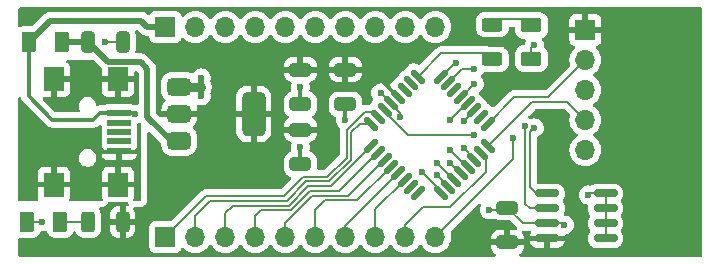
<source format=gtl>
G04 #@! TF.GenerationSoftware,KiCad,Pcbnew,8.0.3*
G04 #@! TF.CreationDate,2024-06-24T13:25:15+02:00*
G04 #@! TF.ProjectId,LimbusZero,4c696d62-7573-45a6-9572-6f2e6b696361,v.0.1*
G04 #@! TF.SameCoordinates,Original*
G04 #@! TF.FileFunction,Copper,L1,Top*
G04 #@! TF.FilePolarity,Positive*
%FSLAX46Y46*%
G04 Gerber Fmt 4.6, Leading zero omitted, Abs format (unit mm)*
G04 Created by KiCad (PCBNEW 8.0.3) date 2024-06-24 13:25:15*
%MOMM*%
%LPD*%
G01*
G04 APERTURE LIST*
G04 Aperture macros list*
%AMRoundRect*
0 Rectangle with rounded corners*
0 $1 Rounding radius*
0 $2 $3 $4 $5 $6 $7 $8 $9 X,Y pos of 4 corners*
0 Add a 4 corners polygon primitive as box body*
4,1,4,$2,$3,$4,$5,$6,$7,$8,$9,$2,$3,0*
0 Add four circle primitives for the rounded corners*
1,1,$1+$1,$2,$3*
1,1,$1+$1,$4,$5*
1,1,$1+$1,$6,$7*
1,1,$1+$1,$8,$9*
0 Add four rect primitives between the rounded corners*
20,1,$1+$1,$2,$3,$4,$5,0*
20,1,$1+$1,$4,$5,$6,$7,0*
20,1,$1+$1,$6,$7,$8,$9,0*
20,1,$1+$1,$8,$9,$2,$3,0*%
G04 Aperture macros list end*
G04 #@! TA.AperFunction,SMDPad,CuDef*
%ADD10RoundRect,0.250000X-0.625000X0.312500X-0.625000X-0.312500X0.625000X-0.312500X0.625000X0.312500X0*%
G04 #@! TD*
G04 #@! TA.AperFunction,SMDPad,CuDef*
%ADD11RoundRect,0.250000X-0.375000X-0.625000X0.375000X-0.625000X0.375000X0.625000X-0.375000X0.625000X0*%
G04 #@! TD*
G04 #@! TA.AperFunction,SMDPad,CuDef*
%ADD12RoundRect,0.250000X-0.650000X0.325000X-0.650000X-0.325000X0.650000X-0.325000X0.650000X0.325000X0*%
G04 #@! TD*
G04 #@! TA.AperFunction,SMDPad,CuDef*
%ADD13R,2.000000X0.500000*%
G04 #@! TD*
G04 #@! TA.AperFunction,SMDPad,CuDef*
%ADD14R,1.700000X2.000000*%
G04 #@! TD*
G04 #@! TA.AperFunction,SMDPad,CuDef*
%ADD15RoundRect,0.250000X0.625000X-0.375000X0.625000X0.375000X-0.625000X0.375000X-0.625000X-0.375000X0*%
G04 #@! TD*
G04 #@! TA.AperFunction,SMDPad,CuDef*
%ADD16RoundRect,0.375000X-0.625000X-0.375000X0.625000X-0.375000X0.625000X0.375000X-0.625000X0.375000X0*%
G04 #@! TD*
G04 #@! TA.AperFunction,SMDPad,CuDef*
%ADD17RoundRect,0.500000X-0.500000X-1.400000X0.500000X-1.400000X0.500000X1.400000X-0.500000X1.400000X0*%
G04 #@! TD*
G04 #@! TA.AperFunction,SMDPad,CuDef*
%ADD18RoundRect,0.250000X0.375000X0.625000X-0.375000X0.625000X-0.375000X-0.625000X0.375000X-0.625000X0*%
G04 #@! TD*
G04 #@! TA.AperFunction,ComponentPad*
%ADD19R,1.700000X1.700000*%
G04 #@! TD*
G04 #@! TA.AperFunction,ComponentPad*
%ADD20O,1.700000X1.700000*%
G04 #@! TD*
G04 #@! TA.AperFunction,SMDPad,CuDef*
%ADD21RoundRect,0.150000X0.825000X0.150000X-0.825000X0.150000X-0.825000X-0.150000X0.825000X-0.150000X0*%
G04 #@! TD*
G04 #@! TA.AperFunction,SMDPad,CuDef*
%ADD22RoundRect,0.250000X-0.325000X-0.650000X0.325000X-0.650000X0.325000X0.650000X-0.325000X0.650000X0*%
G04 #@! TD*
G04 #@! TA.AperFunction,SMDPad,CuDef*
%ADD23RoundRect,0.125000X-0.530330X0.353553X0.353553X-0.530330X0.530330X-0.353553X-0.353553X0.530330X0*%
G04 #@! TD*
G04 #@! TA.AperFunction,SMDPad,CuDef*
%ADD24RoundRect,0.125000X-0.530330X-0.353553X-0.353553X-0.530330X0.530330X0.353553X0.353553X0.530330X0*%
G04 #@! TD*
G04 #@! TA.AperFunction,SMDPad,CuDef*
%ADD25RoundRect,0.250000X-0.312500X-0.625000X0.312500X-0.625000X0.312500X0.625000X-0.312500X0.625000X0*%
G04 #@! TD*
G04 #@! TA.AperFunction,ViaPad*
%ADD26C,0.600000*%
G04 #@! TD*
G04 #@! TA.AperFunction,Conductor*
%ADD27C,0.200000*%
G04 #@! TD*
G04 #@! TA.AperFunction,Conductor*
%ADD28C,0.800000*%
G04 #@! TD*
G04 #@! TA.AperFunction,Conductor*
%ADD29C,0.300000*%
G04 #@! TD*
G04 #@! TA.AperFunction,Conductor*
%ADD30C,0.500000*%
G04 #@! TD*
G04 APERTURE END LIST*
D10*
X121666000Y-65847500D03*
X121666000Y-68772500D03*
D11*
X82290002Y-82550000D03*
X85090000Y-82550000D03*
D12*
X105410000Y-74724999D03*
X105410000Y-77675001D03*
X105410000Y-69644999D03*
X105410000Y-72595001D03*
D13*
X90076000Y-73330000D03*
X90076000Y-74130000D03*
X90076000Y-74930000D03*
X90076000Y-75730000D03*
X90076000Y-76530000D03*
D14*
X89976000Y-70480000D03*
X84526000Y-70480000D03*
X89976000Y-79380000D03*
X84526000Y-79380000D03*
D15*
X124968000Y-68709999D03*
X124968000Y-65910001D03*
D16*
X95148000Y-71106000D03*
X95148001Y-73406000D03*
D17*
X101447999Y-73406000D03*
D16*
X95148000Y-75706000D03*
D18*
X85219999Y-67310000D03*
X82420001Y-67310000D03*
D19*
X129540000Y-66294000D03*
D20*
X129540000Y-68834000D03*
X129540000Y-71373999D03*
X129540000Y-73914000D03*
X129540000Y-76454000D03*
D21*
X131253000Y-83947000D03*
X131253000Y-82677000D03*
X131253000Y-81407000D03*
X131253000Y-80137000D03*
X126303000Y-80137000D03*
X126303000Y-81407000D03*
X126303000Y-82677000D03*
X126303000Y-83947000D03*
D22*
X87424999Y-67310000D03*
X90375001Y-67310000D03*
D23*
X115359728Y-70251930D03*
X114794043Y-70817616D03*
X114228357Y-71383301D03*
X113662672Y-71948986D03*
X113096986Y-72514672D03*
X112531301Y-73080357D03*
X111965616Y-73646043D03*
X111399930Y-74211728D03*
D24*
X111399930Y-76156272D03*
X111965616Y-76721957D03*
X112531301Y-77287643D03*
X113096986Y-77853328D03*
X113662672Y-78419014D03*
X114228357Y-78984699D03*
X114794043Y-79550384D03*
X115359728Y-80116070D03*
D23*
X117304272Y-80116070D03*
X117869957Y-79550384D03*
X118435643Y-78984699D03*
X119001328Y-78419014D03*
X119567014Y-77853328D03*
X120132699Y-77287643D03*
X120698384Y-76721957D03*
X121264070Y-76156272D03*
D24*
X121264070Y-74211728D03*
X120698384Y-73646043D03*
X120132699Y-73080357D03*
X119567014Y-72514672D03*
X119001328Y-71948986D03*
X118435643Y-71383301D03*
X117869957Y-70817616D03*
X117304272Y-70251930D03*
D12*
X109220000Y-69644999D03*
X109220000Y-72595001D03*
D25*
X87437500Y-82550000D03*
X90362500Y-82550000D03*
D12*
X122936000Y-81328999D03*
X122936000Y-84279001D03*
D19*
X93980000Y-66040000D03*
D20*
X96520000Y-66040000D03*
X99059999Y-66040000D03*
X101600000Y-66040000D03*
X104140000Y-66040000D03*
X106680000Y-66040000D03*
X109220000Y-66040000D03*
X111760001Y-66040000D03*
X114300000Y-66040000D03*
X116840000Y-66040000D03*
D19*
X93980000Y-83820000D03*
D20*
X96520000Y-83820000D03*
X99059999Y-83820000D03*
X101600000Y-83820000D03*
X104140000Y-83820000D03*
X106680000Y-83820000D03*
X109220000Y-83820000D03*
X111760001Y-83820000D03*
X114300000Y-83820000D03*
X116840000Y-83820000D03*
D26*
X129794000Y-80264000D03*
X127762000Y-82804000D03*
X97028000Y-71882000D03*
X88900000Y-67310000D03*
X85344000Y-72644000D03*
X87122000Y-80010000D03*
X105410000Y-71120000D03*
X105410000Y-76200000D03*
X97014000Y-70358000D03*
X97014000Y-71120000D03*
X109220000Y-73914000D03*
X121412000Y-81534000D03*
X125222000Y-67564000D03*
X113875735Y-73660000D03*
X87122000Y-69850000D03*
X112210314Y-71628000D03*
X85344000Y-77216000D03*
X83312000Y-77216000D03*
X83566000Y-82550000D03*
X120142000Y-75184000D03*
X91440000Y-73406000D03*
X119253000Y-76327000D03*
X119253000Y-74041000D03*
X118110000Y-76454000D03*
X116967000Y-78613000D03*
X117007797Y-77556203D03*
X118066735Y-73957265D03*
X125207876Y-74584000D03*
X120142000Y-69596000D03*
X118618000Y-69088000D03*
X124416735Y-74465265D03*
X115723049Y-78332951D03*
X123444000Y-75438000D03*
X120142000Y-70866000D03*
X118052313Y-77527687D03*
D27*
X122111499Y-65402001D02*
X124460000Y-65402001D01*
X121666000Y-65847500D02*
X122111499Y-65402001D01*
X124460000Y-65402001D02*
X124968000Y-65910001D01*
X121666000Y-68772500D02*
X121158000Y-68264500D01*
X121158000Y-68264500D02*
X117347158Y-68264500D01*
X117347158Y-68264500D02*
X115359728Y-70251930D01*
X125222000Y-67564000D02*
X124968000Y-67818000D01*
X124968000Y-67818000D02*
X124968000Y-68709999D01*
X126303000Y-82677000D02*
X124284001Y-82677000D01*
X122936000Y-81328999D02*
X122730999Y-81534000D01*
X124284001Y-82677000D02*
X122936000Y-81328999D01*
X122730999Y-81534000D02*
X121412000Y-81534000D01*
X127762000Y-82804000D02*
X127635000Y-82677000D01*
X129794000Y-80264000D02*
X129921000Y-80137000D01*
X131253000Y-81407000D02*
X131253000Y-80137000D01*
X90375001Y-67310000D02*
X88900000Y-67310000D01*
X113875735Y-73293421D02*
X113096986Y-72514672D01*
D28*
X97000000Y-71106000D02*
X95148000Y-71106000D01*
D29*
X109220000Y-72595001D02*
X109220000Y-73914000D01*
D27*
X129921000Y-80137000D02*
X131253000Y-80137000D01*
D29*
X105410000Y-77675001D02*
X105410000Y-76200000D01*
D27*
X127635000Y-82677000D02*
X126303000Y-82677000D01*
D29*
X105410000Y-72595001D02*
X105410000Y-71120000D01*
D27*
X113875735Y-73660000D02*
X113875735Y-73293421D01*
D30*
X97014000Y-70358000D02*
X97014000Y-71120000D01*
D27*
X131253000Y-82677000D02*
X131253000Y-81407000D01*
D30*
X97014000Y-71868000D02*
X97028000Y-71882000D01*
D28*
X97014000Y-71120000D02*
X97000000Y-71106000D01*
D27*
X112210314Y-71628000D02*
X113096986Y-72514672D01*
X82290002Y-82550000D02*
X83566000Y-82550000D01*
X131253000Y-83947000D02*
X131253000Y-82677000D01*
D30*
X97014000Y-71120000D02*
X97014000Y-71868000D01*
D29*
X111358685Y-69644999D02*
X109220000Y-69644999D01*
X113662672Y-71948986D02*
X111358685Y-69644999D01*
D30*
X92456000Y-69596000D02*
X91890000Y-69030000D01*
X94502000Y-75706000D02*
X92456000Y-73660000D01*
X89144999Y-69030000D02*
X87424999Y-67310000D01*
X92456000Y-73660000D02*
X92456000Y-69596000D01*
X95148000Y-75706000D02*
X94502000Y-75706000D01*
X85219999Y-67310000D02*
X87424999Y-67310000D01*
X91890000Y-69030000D02*
X89144999Y-69030000D01*
D27*
X87437500Y-82550000D02*
X85090000Y-82550000D01*
X121264070Y-74211728D02*
X123485798Y-71990000D01*
X123485798Y-71990000D02*
X126384000Y-71990000D01*
X126384000Y-71990000D02*
X129540000Y-68834000D01*
X112531301Y-73080357D02*
X112923395Y-73472451D01*
X113630000Y-74260000D02*
X114554000Y-75184000D01*
X112923395Y-73472451D02*
X112923395Y-73556189D01*
X113627206Y-74260000D02*
X113630000Y-74260000D01*
X114554000Y-75184000D02*
X120142000Y-75184000D01*
X112923395Y-73556189D02*
X113627206Y-74260000D01*
X128016000Y-72390000D02*
X125030342Y-72390000D01*
X129540000Y-73914000D02*
X128016000Y-72390000D01*
X125030342Y-72390000D02*
X121264070Y-76156272D01*
D29*
X82420001Y-71918133D02*
X84415868Y-73914000D01*
D30*
X84198001Y-65532000D02*
X82420001Y-67310000D01*
X92456000Y-66040000D02*
X91948000Y-65532000D01*
D29*
X88468000Y-73330000D02*
X90076000Y-73330000D01*
D30*
X91948000Y-65532000D02*
X84198001Y-65532000D01*
D29*
X87884000Y-73914000D02*
X88468000Y-73330000D01*
X84415868Y-73914000D02*
X87884000Y-73914000D01*
D30*
X93980000Y-66040000D02*
X92456000Y-66040000D01*
D29*
X90076000Y-73330000D02*
X91364000Y-73330000D01*
X91364000Y-73330000D02*
X91440000Y-73406000D01*
X82420001Y-67310000D02*
X82420001Y-71918133D01*
D27*
X114300000Y-82804000D02*
X115824000Y-81280000D01*
X115824000Y-81280000D02*
X118110000Y-81280000D01*
X121090478Y-77114051D02*
X120698384Y-76721957D01*
X114300000Y-83820000D02*
X114300000Y-82804000D01*
X121090478Y-78299522D02*
X121090478Y-77114051D01*
X118110000Y-81280000D02*
X121090478Y-78299522D01*
X119253000Y-76327000D02*
X120132699Y-77206699D01*
X120132699Y-77206699D02*
X120132699Y-77287643D01*
X106095314Y-79521000D02*
X104444314Y-81172000D01*
X99676000Y-81172000D02*
X99059999Y-81788001D01*
X99059999Y-81788001D02*
X99059999Y-83820000D01*
X108035202Y-79521000D02*
X106095314Y-79521000D01*
X111399930Y-76156272D02*
X108035202Y-79521000D01*
X104444314Y-81172000D02*
X99676000Y-81172000D01*
X120132699Y-73161301D02*
X120132699Y-73080357D01*
X119253000Y-74041000D02*
X120132699Y-73161301D01*
X118110000Y-76454000D02*
X119509328Y-77853328D01*
X119509328Y-77853328D02*
X119567014Y-77853328D01*
X117869957Y-79515957D02*
X117869957Y-79550384D01*
X116967000Y-78613000D02*
X117869957Y-79515957D01*
X117007797Y-77556853D02*
X118435643Y-78984699D01*
X117007797Y-77556203D02*
X117007797Y-77556853D01*
X114228357Y-78984699D02*
X111760001Y-81453055D01*
X111760001Y-81453055D02*
X111760001Y-83820000D01*
X119509328Y-72514672D02*
X118066735Y-73957265D01*
X119567014Y-72514672D02*
X119509328Y-72514672D01*
X125016735Y-74713794D02*
X124816735Y-74913794D01*
X125207876Y-74584000D02*
X125078082Y-74713794D01*
X119091573Y-69596000D02*
X117869957Y-70817616D01*
X125349000Y-80137000D02*
X126303000Y-80137000D01*
X125078082Y-74713794D02*
X125016735Y-74713794D01*
X120142000Y-69596000D02*
X119091573Y-69596000D01*
X124816735Y-79604735D02*
X125349000Y-80137000D01*
X124816735Y-74913794D02*
X124816735Y-79604735D01*
X126303000Y-81407000D02*
X124820001Y-81407000D01*
X124416735Y-81003734D02*
X124416735Y-74465265D01*
X124820001Y-81407000D02*
X124416735Y-81003734D01*
X118468202Y-69088000D02*
X117304272Y-70251930D01*
X118618000Y-69088000D02*
X118468202Y-69088000D01*
X117304272Y-79914174D02*
X117304272Y-80116070D01*
X115723049Y-78332951D02*
X117304272Y-79914174D01*
X105664000Y-78721000D02*
X104013000Y-80372000D01*
X110872785Y-73253949D02*
X109328000Y-74798734D01*
X104013000Y-80372000D02*
X97428000Y-80372000D01*
X109328000Y-74798734D02*
X109328000Y-77096830D01*
X111965616Y-73646043D02*
X111573522Y-73253949D01*
X111573522Y-73253949D02*
X110872785Y-73253949D01*
X107703830Y-78721000D02*
X105664000Y-78721000D01*
X109328000Y-77096830D02*
X107703830Y-78721000D01*
X97428000Y-80372000D02*
X93980000Y-83820000D01*
X123444000Y-75438000D02*
X123444000Y-77216000D01*
X119001328Y-71948986D02*
X119059014Y-71948986D01*
X119059014Y-71948986D02*
X120142000Y-70866000D01*
X123444000Y-77216000D02*
X116840000Y-83820000D01*
X118110001Y-77527687D02*
X119001328Y-78419014D01*
X118052313Y-77527687D02*
X118110001Y-77527687D01*
X105918000Y-79121000D02*
X104267000Y-80772000D01*
X107869516Y-79121000D02*
X105918000Y-79121000D01*
X97790000Y-80772000D02*
X96520000Y-82042000D01*
X111399930Y-74211728D02*
X110480692Y-74211728D01*
X109728000Y-77262516D02*
X107869516Y-79121000D01*
X109728000Y-74964420D02*
X109728000Y-77262516D01*
X96520000Y-82042000D02*
X96520000Y-83820000D01*
X104267000Y-80772000D02*
X97790000Y-80772000D01*
X110480692Y-74211728D02*
X109728000Y-74964420D01*
X109220000Y-82861686D02*
X109220000Y-83820000D01*
X113662672Y-78419014D02*
X109220000Y-82861686D01*
X112450357Y-77287643D02*
X109417000Y-80321000D01*
X104159686Y-82588000D02*
X104140000Y-82588000D01*
X112531301Y-77287643D02*
X112450357Y-77287643D01*
X104140000Y-82588000D02*
X104140000Y-83820000D01*
X109417000Y-80321000D02*
X106426686Y-80321000D01*
X106426686Y-80321000D02*
X104159686Y-82588000D01*
X110229314Y-80721000D02*
X107493000Y-80721000D01*
X113096986Y-77853328D02*
X110229314Y-80721000D01*
X107493000Y-80721000D02*
X106680000Y-81534000D01*
X106680000Y-81534000D02*
X106680000Y-83820000D01*
X102070000Y-81572000D02*
X101600000Y-82042000D01*
X108674000Y-79921000D02*
X106261000Y-79921000D01*
X111965616Y-76721957D02*
X111873043Y-76721957D01*
X111873043Y-76721957D02*
X108674000Y-79921000D01*
X101600000Y-82042000D02*
X101600000Y-83820000D01*
X106261000Y-79921000D02*
X104610000Y-81572000D01*
X104610000Y-81572000D02*
X102070000Y-81572000D01*
G04 #@! TA.AperFunction,Conductor*
G36*
X139392539Y-64405185D02*
G01*
X139438294Y-64457989D01*
X139449500Y-64509500D01*
X139449500Y-85350500D01*
X139429815Y-85417539D01*
X139377011Y-85463294D01*
X139325500Y-85474500D01*
X124040577Y-85474500D01*
X123973538Y-85454815D01*
X123927783Y-85402011D01*
X123917839Y-85332853D01*
X123946864Y-85269297D01*
X123975480Y-85244961D01*
X124054345Y-85196316D01*
X124178315Y-85072346D01*
X124270356Y-84923125D01*
X124270358Y-84923120D01*
X124325505Y-84756698D01*
X124325506Y-84756691D01*
X124335999Y-84653987D01*
X124336000Y-84653974D01*
X124336000Y-84529001D01*
X121536001Y-84529001D01*
X121536001Y-84653987D01*
X121546494Y-84756698D01*
X121601641Y-84923120D01*
X121601643Y-84923125D01*
X121693684Y-85072346D01*
X121817654Y-85196316D01*
X121896520Y-85244961D01*
X121943244Y-85296909D01*
X121954467Y-85365872D01*
X121926623Y-85429954D01*
X121868555Y-85468810D01*
X121831423Y-85474500D01*
X81654500Y-85474500D01*
X81587461Y-85454815D01*
X81541706Y-85402011D01*
X81530500Y-85350500D01*
X81530500Y-84009939D01*
X81550185Y-83942900D01*
X81602989Y-83897145D01*
X81672147Y-83887201D01*
X81693496Y-83892231D01*
X81762205Y-83914999D01*
X81864993Y-83925500D01*
X82715010Y-83925499D01*
X82715018Y-83925498D01*
X82715021Y-83925498D01*
X82771304Y-83919748D01*
X82817799Y-83914999D01*
X82984336Y-83859814D01*
X83133658Y-83767712D01*
X83257714Y-83643656D01*
X83349816Y-83494334D01*
X83370287Y-83432555D01*
X83410058Y-83375112D01*
X83474573Y-83348288D01*
X83501876Y-83348340D01*
X83565998Y-83355565D01*
X83566000Y-83355565D01*
X83566004Y-83355565D01*
X83745249Y-83335369D01*
X83745252Y-83335368D01*
X83745255Y-83335368D01*
X83745256Y-83335367D01*
X83745259Y-83335367D01*
X83828435Y-83306262D01*
X83834373Y-83304183D01*
X83904152Y-83300621D01*
X83964780Y-83335350D01*
X83993035Y-83382220D01*
X84030186Y-83494334D01*
X84122288Y-83643656D01*
X84246344Y-83767712D01*
X84395666Y-83859814D01*
X84562203Y-83914999D01*
X84664991Y-83925500D01*
X85515008Y-83925499D01*
X85515016Y-83925498D01*
X85515019Y-83925498D01*
X85571302Y-83919748D01*
X85617797Y-83914999D01*
X85784334Y-83859814D01*
X85933656Y-83767712D01*
X86057712Y-83643656D01*
X86149814Y-83494334D01*
X86177294Y-83411402D01*
X86217065Y-83353960D01*
X86281580Y-83327136D01*
X86350356Y-83339450D01*
X86401557Y-83386993D01*
X86412705Y-83411403D01*
X86419715Y-83432557D01*
X86440186Y-83494334D01*
X86532288Y-83643656D01*
X86656344Y-83767712D01*
X86805666Y-83859814D01*
X86972203Y-83914999D01*
X87074991Y-83925500D01*
X87800008Y-83925499D01*
X87800016Y-83925498D01*
X87800019Y-83925498D01*
X87856302Y-83919748D01*
X87902797Y-83914999D01*
X88069334Y-83859814D01*
X88218656Y-83767712D01*
X88342712Y-83643656D01*
X88434814Y-83494334D01*
X88489999Y-83327797D01*
X88500500Y-83225009D01*
X88500500Y-83224986D01*
X89300001Y-83224986D01*
X89310494Y-83327697D01*
X89365641Y-83494119D01*
X89365643Y-83494124D01*
X89457684Y-83643345D01*
X89581654Y-83767315D01*
X89730875Y-83859356D01*
X89730880Y-83859358D01*
X89897302Y-83914505D01*
X89897309Y-83914506D01*
X90000019Y-83924999D01*
X90112499Y-83924999D01*
X90612500Y-83924999D01*
X90724972Y-83924999D01*
X90724986Y-83924998D01*
X90827697Y-83914505D01*
X90994119Y-83859358D01*
X90994124Y-83859356D01*
X91143345Y-83767315D01*
X91267315Y-83643345D01*
X91359356Y-83494124D01*
X91359358Y-83494119D01*
X91414505Y-83327697D01*
X91414506Y-83327690D01*
X91424999Y-83224986D01*
X91425000Y-83224973D01*
X91425000Y-82922135D01*
X92629500Y-82922135D01*
X92629500Y-84717870D01*
X92629501Y-84717876D01*
X92635908Y-84777483D01*
X92686202Y-84912328D01*
X92686206Y-84912335D01*
X92772452Y-85027544D01*
X92772455Y-85027547D01*
X92887664Y-85113793D01*
X92887671Y-85113797D01*
X93022517Y-85164091D01*
X93022516Y-85164091D01*
X93029444Y-85164835D01*
X93082127Y-85170500D01*
X94877872Y-85170499D01*
X94937483Y-85164091D01*
X95072331Y-85113796D01*
X95187546Y-85027546D01*
X95273796Y-84912331D01*
X95322810Y-84780916D01*
X95364681Y-84724984D01*
X95430145Y-84700566D01*
X95498418Y-84715417D01*
X95526673Y-84736569D01*
X95648599Y-84858495D01*
X95740893Y-84923120D01*
X95842165Y-84994032D01*
X95842167Y-84994033D01*
X95842170Y-84994035D01*
X96056337Y-85093903D01*
X96284592Y-85155063D01*
X96461034Y-85170500D01*
X96519999Y-85175659D01*
X96520000Y-85175659D01*
X96520001Y-85175659D01*
X96578966Y-85170500D01*
X96755408Y-85155063D01*
X96983663Y-85093903D01*
X97197830Y-84994035D01*
X97391401Y-84858495D01*
X97558495Y-84691401D01*
X97688424Y-84505842D01*
X97743001Y-84462218D01*
X97812499Y-84455024D01*
X97874854Y-84486547D01*
X97891573Y-84505841D01*
X98021504Y-84691401D01*
X98188598Y-84858495D01*
X98280892Y-84923120D01*
X98382164Y-84994032D01*
X98382166Y-84994033D01*
X98382169Y-84994035D01*
X98596336Y-85093903D01*
X98824591Y-85155063D01*
X99001033Y-85170500D01*
X99059998Y-85175659D01*
X99059999Y-85175659D01*
X99060000Y-85175659D01*
X99118965Y-85170500D01*
X99295407Y-85155063D01*
X99523662Y-85093903D01*
X99737829Y-84994035D01*
X99931400Y-84858495D01*
X100098494Y-84691401D01*
X100228425Y-84505839D01*
X100283001Y-84462216D01*
X100352499Y-84455022D01*
X100414854Y-84486545D01*
X100431572Y-84505838D01*
X100561505Y-84691401D01*
X100728599Y-84858495D01*
X100820893Y-84923120D01*
X100922165Y-84994032D01*
X100922167Y-84994033D01*
X100922170Y-84994035D01*
X101136337Y-85093903D01*
X101364592Y-85155063D01*
X101541034Y-85170500D01*
X101599999Y-85175659D01*
X101600000Y-85175659D01*
X101600001Y-85175659D01*
X101658966Y-85170500D01*
X101835408Y-85155063D01*
X102063663Y-85093903D01*
X102277830Y-84994035D01*
X102471401Y-84858495D01*
X102638495Y-84691401D01*
X102768426Y-84505841D01*
X102823002Y-84462217D01*
X102892500Y-84455023D01*
X102954855Y-84486546D01*
X102971575Y-84505842D01*
X103101500Y-84691395D01*
X103101505Y-84691401D01*
X103268599Y-84858495D01*
X103360893Y-84923120D01*
X103462165Y-84994032D01*
X103462167Y-84994033D01*
X103462170Y-84994035D01*
X103676337Y-85093903D01*
X103904592Y-85155063D01*
X104081034Y-85170500D01*
X104139999Y-85175659D01*
X104140000Y-85175659D01*
X104140001Y-85175659D01*
X104198966Y-85170500D01*
X104375408Y-85155063D01*
X104603663Y-85093903D01*
X104817830Y-84994035D01*
X105011401Y-84858495D01*
X105178495Y-84691401D01*
X105308426Y-84505841D01*
X105363002Y-84462217D01*
X105432500Y-84455023D01*
X105494855Y-84486546D01*
X105511575Y-84505842D01*
X105641500Y-84691395D01*
X105641505Y-84691401D01*
X105808599Y-84858495D01*
X105900893Y-84923120D01*
X106002165Y-84994032D01*
X106002167Y-84994033D01*
X106002170Y-84994035D01*
X106216337Y-85093903D01*
X106444592Y-85155063D01*
X106621034Y-85170500D01*
X106679999Y-85175659D01*
X106680000Y-85175659D01*
X106680001Y-85175659D01*
X106738966Y-85170500D01*
X106915408Y-85155063D01*
X107143663Y-85093903D01*
X107357830Y-84994035D01*
X107551401Y-84858495D01*
X107718495Y-84691401D01*
X107848426Y-84505841D01*
X107903002Y-84462217D01*
X107972500Y-84455023D01*
X108034855Y-84486546D01*
X108051575Y-84505842D01*
X108181500Y-84691395D01*
X108181505Y-84691401D01*
X108348599Y-84858495D01*
X108440893Y-84923120D01*
X108542165Y-84994032D01*
X108542167Y-84994033D01*
X108542170Y-84994035D01*
X108756337Y-85093903D01*
X108984592Y-85155063D01*
X109161034Y-85170500D01*
X109219999Y-85175659D01*
X109220000Y-85175659D01*
X109220001Y-85175659D01*
X109278966Y-85170500D01*
X109455408Y-85155063D01*
X109683663Y-85093903D01*
X109897830Y-84994035D01*
X110091401Y-84858495D01*
X110258495Y-84691401D01*
X110388426Y-84505839D01*
X110443002Y-84462216D01*
X110512500Y-84455022D01*
X110574855Y-84486545D01*
X110591573Y-84505838D01*
X110721506Y-84691401D01*
X110888600Y-84858495D01*
X110980894Y-84923120D01*
X111082166Y-84994032D01*
X111082168Y-84994033D01*
X111082171Y-84994035D01*
X111296338Y-85093903D01*
X111524593Y-85155063D01*
X111701035Y-85170500D01*
X111760000Y-85175659D01*
X111760001Y-85175659D01*
X111760002Y-85175659D01*
X111818967Y-85170500D01*
X111995409Y-85155063D01*
X112223664Y-85093903D01*
X112437831Y-84994035D01*
X112631402Y-84858495D01*
X112798496Y-84691401D01*
X112928425Y-84505842D01*
X112983002Y-84462218D01*
X113052500Y-84455024D01*
X113114855Y-84486547D01*
X113131574Y-84505841D01*
X113261505Y-84691401D01*
X113428599Y-84858495D01*
X113520893Y-84923120D01*
X113622165Y-84994032D01*
X113622167Y-84994033D01*
X113622170Y-84994035D01*
X113836337Y-85093903D01*
X114064592Y-85155063D01*
X114241034Y-85170500D01*
X114299999Y-85175659D01*
X114300000Y-85175659D01*
X114300001Y-85175659D01*
X114358966Y-85170500D01*
X114535408Y-85155063D01*
X114763663Y-85093903D01*
X114977830Y-84994035D01*
X115171401Y-84858495D01*
X115338495Y-84691401D01*
X115468426Y-84505841D01*
X115523002Y-84462217D01*
X115592500Y-84455023D01*
X115654855Y-84486546D01*
X115671575Y-84505842D01*
X115801500Y-84691395D01*
X115801505Y-84691401D01*
X115968599Y-84858495D01*
X116060893Y-84923120D01*
X116162165Y-84994032D01*
X116162167Y-84994033D01*
X116162170Y-84994035D01*
X116376337Y-85093903D01*
X116604592Y-85155063D01*
X116781034Y-85170500D01*
X116839999Y-85175659D01*
X116840000Y-85175659D01*
X116840001Y-85175659D01*
X116898966Y-85170500D01*
X117075408Y-85155063D01*
X117303663Y-85093903D01*
X117517830Y-84994035D01*
X117711401Y-84858495D01*
X117878495Y-84691401D01*
X118014035Y-84497830D01*
X118113903Y-84283663D01*
X118137124Y-84197001D01*
X124830704Y-84197001D01*
X124830899Y-84199486D01*
X124876718Y-84357198D01*
X124960314Y-84498552D01*
X124960321Y-84498561D01*
X125076438Y-84614678D01*
X125076447Y-84614685D01*
X125217803Y-84698282D01*
X125217806Y-84698283D01*
X125375504Y-84744099D01*
X125375510Y-84744100D01*
X125412350Y-84746999D01*
X125412366Y-84747000D01*
X126053000Y-84747000D01*
X126553000Y-84747000D01*
X127193634Y-84747000D01*
X127193649Y-84746999D01*
X127230489Y-84744100D01*
X127230495Y-84744099D01*
X127388193Y-84698283D01*
X127388196Y-84698282D01*
X127529552Y-84614685D01*
X127529561Y-84614678D01*
X127645678Y-84498561D01*
X127645685Y-84498552D01*
X127729281Y-84357198D01*
X127775100Y-84199486D01*
X127775295Y-84197001D01*
X127775295Y-84197000D01*
X126553000Y-84197000D01*
X126553000Y-84747000D01*
X126053000Y-84747000D01*
X126053000Y-84197000D01*
X124830705Y-84197000D01*
X124830704Y-84197001D01*
X118137124Y-84197001D01*
X118175063Y-84055408D01*
X118188309Y-83904014D01*
X121536000Y-83904014D01*
X121536000Y-84029001D01*
X122686000Y-84029001D01*
X122686000Y-83204001D01*
X122236028Y-83204001D01*
X122236012Y-83204002D01*
X122133302Y-83214495D01*
X121966880Y-83269642D01*
X121966875Y-83269644D01*
X121817654Y-83361685D01*
X121693684Y-83485655D01*
X121601643Y-83634876D01*
X121601641Y-83634881D01*
X121546494Y-83801303D01*
X121546493Y-83801310D01*
X121536000Y-83904014D01*
X118188309Y-83904014D01*
X118195659Y-83820000D01*
X118175063Y-83584592D01*
X118140671Y-83456239D01*
X118142334Y-83386393D01*
X118172763Y-83336470D01*
X120519112Y-80990121D01*
X120580433Y-80956638D01*
X120650125Y-80961622D01*
X120706058Y-81003494D01*
X120730475Y-81068958D01*
X120715623Y-81137231D01*
X120711785Y-81143775D01*
X120686212Y-81184474D01*
X120626631Y-81354745D01*
X120626630Y-81354750D01*
X120606435Y-81533996D01*
X120606435Y-81534003D01*
X120626630Y-81713249D01*
X120626631Y-81713254D01*
X120686211Y-81883523D01*
X120770821Y-82018178D01*
X120782184Y-82036262D01*
X120909738Y-82163816D01*
X120926239Y-82174184D01*
X121041664Y-82246711D01*
X121062478Y-82259789D01*
X121217824Y-82314147D01*
X121232745Y-82319368D01*
X121232750Y-82319369D01*
X121411996Y-82339565D01*
X121412000Y-82339565D01*
X121412004Y-82339565D01*
X121591249Y-82319369D01*
X121591251Y-82319368D01*
X121591255Y-82319368D01*
X121591258Y-82319366D01*
X121591262Y-82319366D01*
X121742040Y-82266606D01*
X121754900Y-82262105D01*
X121824679Y-82258543D01*
X121860951Y-82273608D01*
X121966659Y-82338809D01*
X121966660Y-82338809D01*
X121966666Y-82338813D01*
X122133203Y-82393998D01*
X122235991Y-82404499D01*
X123110902Y-82404498D01*
X123177941Y-82424182D01*
X123198583Y-82440817D01*
X123752373Y-82994607D01*
X123785858Y-83055930D01*
X123780874Y-83125622D01*
X123739002Y-83181555D01*
X123673538Y-83205972D01*
X123652094Y-83205646D01*
X123635998Y-83204002D01*
X123635974Y-83204001D01*
X123186000Y-83204001D01*
X123186000Y-84029001D01*
X124335999Y-84029001D01*
X124335999Y-83904029D01*
X124335998Y-83904014D01*
X124325505Y-83801303D01*
X124270358Y-83634881D01*
X124270356Y-83634876D01*
X124178315Y-83485654D01*
X124173839Y-83479994D01*
X124175924Y-83478345D01*
X124148356Y-83427858D01*
X124153340Y-83358166D01*
X124195212Y-83302233D01*
X124260676Y-83277816D01*
X124269522Y-83277500D01*
X124812674Y-83277500D01*
X124879713Y-83297185D01*
X124925468Y-83349989D01*
X124935412Y-83419147D01*
X124919406Y-83464621D01*
X124876718Y-83536801D01*
X124830899Y-83694513D01*
X124830704Y-83696998D01*
X124830705Y-83697000D01*
X127775295Y-83697000D01*
X127787019Y-83684316D01*
X127792129Y-83659995D01*
X127841182Y-83610239D01*
X127887499Y-83595425D01*
X127941250Y-83589369D01*
X127941253Y-83589368D01*
X127941255Y-83589368D01*
X128111522Y-83529789D01*
X128264262Y-83433816D01*
X128391816Y-83306262D01*
X128487789Y-83153522D01*
X128547368Y-82983255D01*
X128551273Y-82948596D01*
X128567565Y-82804003D01*
X128567565Y-82803996D01*
X128547369Y-82624750D01*
X128547368Y-82624745D01*
X128537449Y-82596397D01*
X128487789Y-82454478D01*
X128456384Y-82404498D01*
X128402894Y-82319369D01*
X128391816Y-82301738D01*
X128264262Y-82174184D01*
X128261582Y-82172500D01*
X128111523Y-82078211D01*
X127941254Y-82018631D01*
X127941250Y-82018630D01*
X127821747Y-82005166D01*
X127757333Y-81978099D01*
X127717778Y-81920505D01*
X127715641Y-81850668D01*
X127728902Y-81818821D01*
X127729744Y-81817398D01*
X127775598Y-81659569D01*
X127778500Y-81622694D01*
X127778500Y-81191306D01*
X127775598Y-81154431D01*
X127772502Y-81143775D01*
X127729745Y-80996606D01*
X127729744Y-80996603D01*
X127729744Y-80996602D01*
X127646081Y-80855135D01*
X127646078Y-80855132D01*
X127641298Y-80848969D01*
X127643750Y-80847066D01*
X127617155Y-80798421D01*
X127622104Y-80728726D01*
X127642940Y-80696304D01*
X127641298Y-80695031D01*
X127646075Y-80688870D01*
X127646081Y-80688865D01*
X127729744Y-80547398D01*
X127775598Y-80389569D01*
X127778500Y-80352694D01*
X127778500Y-80263996D01*
X128988435Y-80263996D01*
X128988435Y-80264003D01*
X129008630Y-80443249D01*
X129008631Y-80443254D01*
X129068211Y-80613523D01*
X129145620Y-80736717D01*
X129164184Y-80766262D01*
X129291738Y-80893816D01*
X129328029Y-80916619D01*
X129442165Y-80988336D01*
X129444478Y-80989789D01*
X129614745Y-81049368D01*
X129668001Y-81055368D01*
X129732413Y-81082433D01*
X129771969Y-81140027D01*
X129777735Y-81188310D01*
X129777501Y-81191282D01*
X129777500Y-81191313D01*
X129777500Y-81622701D01*
X129780401Y-81659567D01*
X129780402Y-81659573D01*
X129826254Y-81817393D01*
X129826255Y-81817396D01*
X129826256Y-81817398D01*
X129860310Y-81874981D01*
X129909917Y-81958862D01*
X129914702Y-81965031D01*
X129912256Y-81966927D01*
X129938857Y-82015642D01*
X129933873Y-82085334D01*
X129913069Y-82117703D01*
X129914702Y-82118969D01*
X129909917Y-82125137D01*
X129826255Y-82266603D01*
X129826254Y-82266606D01*
X129780402Y-82424426D01*
X129780401Y-82424432D01*
X129777500Y-82461298D01*
X129777500Y-82892701D01*
X129780401Y-82929567D01*
X129780402Y-82929573D01*
X129826254Y-83087393D01*
X129826255Y-83087396D01*
X129909917Y-83228862D01*
X129914702Y-83235031D01*
X129912256Y-83236927D01*
X129938857Y-83285642D01*
X129933873Y-83355334D01*
X129913069Y-83387703D01*
X129914702Y-83388969D01*
X129909917Y-83395137D01*
X129826255Y-83536603D01*
X129826254Y-83536606D01*
X129780402Y-83694426D01*
X129780401Y-83694432D01*
X129777500Y-83731298D01*
X129777500Y-84162701D01*
X129780401Y-84199567D01*
X129780402Y-84199573D01*
X129826254Y-84357393D01*
X129826255Y-84357396D01*
X129909917Y-84498862D01*
X129909923Y-84498870D01*
X130026129Y-84615076D01*
X130026133Y-84615079D01*
X130026135Y-84615081D01*
X130167602Y-84698744D01*
X130209224Y-84710836D01*
X130325426Y-84744597D01*
X130325429Y-84744597D01*
X130325431Y-84744598D01*
X130362306Y-84747500D01*
X130362314Y-84747500D01*
X132143686Y-84747500D01*
X132143694Y-84747500D01*
X132180569Y-84744598D01*
X132180571Y-84744597D01*
X132180573Y-84744597D01*
X132248080Y-84724984D01*
X132338398Y-84698744D01*
X132479865Y-84615081D01*
X132596081Y-84498865D01*
X132679744Y-84357398D01*
X132725598Y-84199569D01*
X132728500Y-84162694D01*
X132728500Y-83731306D01*
X132725598Y-83694431D01*
X132722659Y-83684316D01*
X132679745Y-83536606D01*
X132679744Y-83536603D01*
X132679744Y-83536602D01*
X132596081Y-83395135D01*
X132596078Y-83395132D01*
X132591298Y-83388969D01*
X132593750Y-83387066D01*
X132567155Y-83338421D01*
X132572104Y-83268726D01*
X132592940Y-83236304D01*
X132591298Y-83235031D01*
X132596075Y-83228870D01*
X132596081Y-83228865D01*
X132679744Y-83087398D01*
X132725598Y-82929569D01*
X132728500Y-82892694D01*
X132728500Y-82461306D01*
X132725598Y-82424431D01*
X132719807Y-82404499D01*
X132679745Y-82266606D01*
X132679744Y-82266603D01*
X132679744Y-82266602D01*
X132596081Y-82125135D01*
X132596078Y-82125132D01*
X132591298Y-82118969D01*
X132593750Y-82117066D01*
X132567155Y-82068421D01*
X132572104Y-81998726D01*
X132592940Y-81966304D01*
X132591298Y-81965031D01*
X132596075Y-81958870D01*
X132596081Y-81958865D01*
X132679744Y-81817398D01*
X132725598Y-81659569D01*
X132728500Y-81622694D01*
X132728500Y-81191306D01*
X132725598Y-81154431D01*
X132722502Y-81143775D01*
X132679745Y-80996606D01*
X132679744Y-80996603D01*
X132679744Y-80996602D01*
X132596081Y-80855135D01*
X132596078Y-80855132D01*
X132591298Y-80848969D01*
X132593750Y-80847066D01*
X132567155Y-80798421D01*
X132572104Y-80728726D01*
X132592940Y-80696304D01*
X132591298Y-80695031D01*
X132596075Y-80688870D01*
X132596081Y-80688865D01*
X132679744Y-80547398D01*
X132725598Y-80389569D01*
X132728500Y-80352694D01*
X132728500Y-79921306D01*
X132725598Y-79884431D01*
X132704678Y-79812426D01*
X132679745Y-79726606D01*
X132679744Y-79726603D01*
X132679744Y-79726602D01*
X132596081Y-79585135D01*
X132596079Y-79585133D01*
X132596076Y-79585129D01*
X132479870Y-79468923D01*
X132479862Y-79468917D01*
X132401681Y-79422681D01*
X132338398Y-79385256D01*
X132338397Y-79385255D01*
X132338396Y-79385255D01*
X132338393Y-79385254D01*
X132180573Y-79339402D01*
X132180567Y-79339401D01*
X132143701Y-79336500D01*
X132143694Y-79336500D01*
X130362306Y-79336500D01*
X130362298Y-79336500D01*
X130325432Y-79339401D01*
X130325426Y-79339402D01*
X130167606Y-79385254D01*
X130167599Y-79385257D01*
X130039618Y-79460944D01*
X129971894Y-79478127D01*
X129962615Y-79477432D01*
X129794004Y-79458435D01*
X129793996Y-79458435D01*
X129614750Y-79478630D01*
X129614745Y-79478631D01*
X129444476Y-79538211D01*
X129291737Y-79634184D01*
X129164184Y-79761737D01*
X129068211Y-79914476D01*
X129008631Y-80084745D01*
X129008630Y-80084750D01*
X128988435Y-80263996D01*
X127778500Y-80263996D01*
X127778500Y-79921306D01*
X127775598Y-79884431D01*
X127754678Y-79812426D01*
X127729745Y-79726606D01*
X127729744Y-79726603D01*
X127729744Y-79726602D01*
X127646081Y-79585135D01*
X127646079Y-79585133D01*
X127646076Y-79585129D01*
X127529870Y-79468923D01*
X127529862Y-79468917D01*
X127451681Y-79422681D01*
X127388398Y-79385256D01*
X127388397Y-79385255D01*
X127388396Y-79385255D01*
X127388393Y-79385254D01*
X127230573Y-79339402D01*
X127230567Y-79339401D01*
X127193701Y-79336500D01*
X127193694Y-79336500D01*
X125541235Y-79336500D01*
X125474196Y-79316815D01*
X125428441Y-79264011D01*
X125417235Y-79212500D01*
X125417235Y-75446817D01*
X125436920Y-75379778D01*
X125489724Y-75334023D01*
X125500281Y-75329775D01*
X125557398Y-75309789D01*
X125710138Y-75213816D01*
X125837692Y-75086262D01*
X125933665Y-74933522D01*
X125993244Y-74763255D01*
X125993245Y-74763249D01*
X126013441Y-74584003D01*
X126013441Y-74583996D01*
X125993245Y-74404750D01*
X125993244Y-74404745D01*
X125974092Y-74350012D01*
X125933665Y-74234478D01*
X125837692Y-74081738D01*
X125710138Y-73954184D01*
X125674280Y-73931653D01*
X125557399Y-73858211D01*
X125387130Y-73798631D01*
X125387125Y-73798630D01*
X125207880Y-73778435D01*
X125207872Y-73778435D01*
X125028622Y-73798631D01*
X125028618Y-73798632D01*
X124976934Y-73816716D01*
X124907155Y-73820277D01*
X124870010Y-73804668D01*
X124766253Y-73739473D01*
X124764311Y-73738538D01*
X124763272Y-73737600D01*
X124760361Y-73735771D01*
X124760681Y-73735260D01*
X124712453Y-73691714D01*
X124694143Y-73624286D01*
X124715193Y-73557663D01*
X124730430Y-73539145D01*
X125242758Y-73026819D01*
X125304081Y-72993334D01*
X125330439Y-72990500D01*
X127715903Y-72990500D01*
X127782942Y-73010185D01*
X127803584Y-73026819D01*
X128207233Y-73430468D01*
X128240718Y-73491791D01*
X128239327Y-73550241D01*
X128204939Y-73678583D01*
X128204936Y-73678596D01*
X128184341Y-73913999D01*
X128184341Y-73914000D01*
X128204936Y-74149403D01*
X128204938Y-74149413D01*
X128266094Y-74377655D01*
X128266096Y-74377659D01*
X128266097Y-74377663D01*
X128362081Y-74583500D01*
X128365965Y-74591830D01*
X128365967Y-74591834D01*
X128470079Y-74740520D01*
X128485997Y-74763254D01*
X128501501Y-74785395D01*
X128501506Y-74785402D01*
X128668597Y-74952493D01*
X128668603Y-74952498D01*
X128854158Y-75082425D01*
X128897783Y-75137002D01*
X128904977Y-75206500D01*
X128873454Y-75268855D01*
X128854158Y-75285575D01*
X128668597Y-75415505D01*
X128501505Y-75582597D01*
X128365965Y-75776169D01*
X128365964Y-75776171D01*
X128266098Y-75990335D01*
X128266094Y-75990344D01*
X128204938Y-76218586D01*
X128204936Y-76218596D01*
X128184341Y-76453999D01*
X128184341Y-76454000D01*
X128204936Y-76689403D01*
X128204938Y-76689413D01*
X128266094Y-76917655D01*
X128266096Y-76917659D01*
X128266097Y-76917663D01*
X128318792Y-77030667D01*
X128365965Y-77131830D01*
X128365967Y-77131834D01*
X128418376Y-77206681D01*
X128501505Y-77325401D01*
X128668599Y-77492495D01*
X128747270Y-77547581D01*
X128862165Y-77628032D01*
X128862167Y-77628033D01*
X128862170Y-77628035D01*
X129076337Y-77727903D01*
X129304592Y-77789063D01*
X129492918Y-77805539D01*
X129539999Y-77809659D01*
X129540000Y-77809659D01*
X129540001Y-77809659D01*
X129579234Y-77806226D01*
X129775408Y-77789063D01*
X130003663Y-77727903D01*
X130217830Y-77628035D01*
X130411401Y-77492495D01*
X130578495Y-77325401D01*
X130714035Y-77131830D01*
X130813903Y-76917663D01*
X130875063Y-76689408D01*
X130895659Y-76454000D01*
X130893629Y-76430803D01*
X130889120Y-76379257D01*
X130875063Y-76218592D01*
X130822049Y-76020737D01*
X130813905Y-75990344D01*
X130813904Y-75990343D01*
X130813903Y-75990337D01*
X130714035Y-75776171D01*
X130706264Y-75765072D01*
X130578494Y-75582597D01*
X130411402Y-75415506D01*
X130411396Y-75415501D01*
X130225842Y-75285575D01*
X130182217Y-75230998D01*
X130175023Y-75161500D01*
X130206546Y-75099145D01*
X130225842Y-75082425D01*
X130304564Y-75027303D01*
X130411401Y-74952495D01*
X130578495Y-74785401D01*
X130714035Y-74591830D01*
X130813903Y-74377663D01*
X130875063Y-74149408D01*
X130895659Y-73914000D01*
X130895658Y-73913994D01*
X130890680Y-73857096D01*
X130875063Y-73678592D01*
X130813903Y-73450337D01*
X130714035Y-73236171D01*
X130660734Y-73160048D01*
X130578494Y-73042597D01*
X130411402Y-72875506D01*
X130411401Y-72875505D01*
X130298944Y-72796762D01*
X130225839Y-72745573D01*
X130182216Y-72690997D01*
X130175023Y-72621498D01*
X130206545Y-72559144D01*
X130225837Y-72542427D01*
X130411401Y-72412494D01*
X130578495Y-72245400D01*
X130714035Y-72051829D01*
X130813903Y-71837662D01*
X130875063Y-71609407D01*
X130895659Y-71373999D01*
X130875063Y-71138591D01*
X130813903Y-70910336D01*
X130714035Y-70696170D01*
X130688121Y-70659160D01*
X130578494Y-70502596D01*
X130411402Y-70335505D01*
X130411401Y-70335504D01*
X130225842Y-70205574D01*
X130182218Y-70150997D01*
X130175025Y-70081498D01*
X130206547Y-70019144D01*
X130225843Y-70002424D01*
X130411401Y-69872495D01*
X130578495Y-69705401D01*
X130714035Y-69511830D01*
X130813903Y-69297663D01*
X130875063Y-69069408D01*
X130895659Y-68834000D01*
X130875063Y-68598592D01*
X130813903Y-68370337D01*
X130714035Y-68156171D01*
X130703178Y-68140666D01*
X130578496Y-67962600D01*
X130578495Y-67962599D01*
X130456179Y-67840283D01*
X130422696Y-67778963D01*
X130427680Y-67709271D01*
X130469551Y-67653337D01*
X130500529Y-67636422D01*
X130632086Y-67587354D01*
X130632093Y-67587350D01*
X130747187Y-67501190D01*
X130747190Y-67501187D01*
X130833350Y-67386093D01*
X130833354Y-67386086D01*
X130883596Y-67251379D01*
X130883598Y-67251372D01*
X130889999Y-67191844D01*
X130890000Y-67191827D01*
X130890000Y-66544000D01*
X129973012Y-66544000D01*
X130005925Y-66486993D01*
X130040000Y-66359826D01*
X130040000Y-66228174D01*
X130005925Y-66101007D01*
X129973012Y-66044000D01*
X130890000Y-66044000D01*
X130890000Y-65396172D01*
X130889999Y-65396155D01*
X130883598Y-65336627D01*
X130883596Y-65336620D01*
X130833354Y-65201913D01*
X130833350Y-65201906D01*
X130747190Y-65086812D01*
X130747187Y-65086809D01*
X130632093Y-65000649D01*
X130632086Y-65000645D01*
X130497379Y-64950403D01*
X130497372Y-64950401D01*
X130437844Y-64944000D01*
X129790000Y-64944000D01*
X129790000Y-65860988D01*
X129732993Y-65828075D01*
X129605826Y-65794000D01*
X129474174Y-65794000D01*
X129347007Y-65828075D01*
X129290000Y-65860988D01*
X129290000Y-64944000D01*
X128642155Y-64944000D01*
X128582627Y-64950401D01*
X128582620Y-64950403D01*
X128447913Y-65000645D01*
X128447906Y-65000649D01*
X128332812Y-65086809D01*
X128332809Y-65086812D01*
X128246649Y-65201906D01*
X128246645Y-65201913D01*
X128196403Y-65336620D01*
X128196401Y-65336627D01*
X128190000Y-65396155D01*
X128190000Y-66044000D01*
X129106988Y-66044000D01*
X129074075Y-66101007D01*
X129040000Y-66228174D01*
X129040000Y-66359826D01*
X129074075Y-66486993D01*
X129106988Y-66544000D01*
X128190000Y-66544000D01*
X128190000Y-67191844D01*
X128196401Y-67251372D01*
X128196403Y-67251379D01*
X128246645Y-67386086D01*
X128246649Y-67386093D01*
X128332809Y-67501187D01*
X128332812Y-67501190D01*
X128447906Y-67587350D01*
X128447913Y-67587354D01*
X128579470Y-67636421D01*
X128635403Y-67678292D01*
X128659821Y-67743756D01*
X128644970Y-67812029D01*
X128623819Y-67840284D01*
X128501503Y-67962600D01*
X128365965Y-68156169D01*
X128365964Y-68156171D01*
X128266098Y-68370335D01*
X128266094Y-68370344D01*
X128204938Y-68598586D01*
X128204936Y-68598596D01*
X128184341Y-68833999D01*
X128184341Y-68834000D01*
X128204936Y-69069403D01*
X128204938Y-69069413D01*
X128239327Y-69197756D01*
X128237664Y-69267606D01*
X128207233Y-69317530D01*
X126171584Y-71353181D01*
X126110261Y-71386666D01*
X126083903Y-71389500D01*
X123572467Y-71389500D01*
X123572451Y-71389499D01*
X123564855Y-71389499D01*
X123406741Y-71389499D01*
X123254013Y-71430423D01*
X123254012Y-71430423D01*
X123254010Y-71430424D01*
X123224489Y-71447469D01*
X123224487Y-71447470D01*
X123117085Y-71509477D01*
X123117080Y-71509481D01*
X123005276Y-71621286D01*
X121811369Y-72815192D01*
X121750046Y-72848677D01*
X121680354Y-72843693D01*
X121636007Y-72815192D01*
X121449587Y-72628772D01*
X121449568Y-72628755D01*
X121449563Y-72628750D01*
X121422524Y-72605654D01*
X121386770Y-72585998D01*
X121293140Y-72534524D01*
X121244218Y-72485601D01*
X121173093Y-72356224D01*
X121149990Y-72329173D01*
X121149979Y-72329162D01*
X120883902Y-72063086D01*
X120883878Y-72063064D01*
X120856839Y-72039968D01*
X120856834Y-72039965D01*
X120727455Y-71968838D01*
X120678533Y-71919915D01*
X120607408Y-71790539D01*
X120592003Y-71772503D01*
X120584302Y-71763486D01*
X120584301Y-71763485D01*
X120584287Y-71763470D01*
X120553006Y-71732189D01*
X120519521Y-71670866D01*
X120524505Y-71601174D01*
X120566377Y-71545241D01*
X120574704Y-71539522D01*
X120644262Y-71495816D01*
X120771816Y-71368262D01*
X120867789Y-71215522D01*
X120927368Y-71045255D01*
X120927369Y-71045249D01*
X120947565Y-70866003D01*
X120947565Y-70865996D01*
X120927369Y-70686750D01*
X120927368Y-70686745D01*
X120888245Y-70574938D01*
X120867789Y-70516478D01*
X120859066Y-70502596D01*
X120771815Y-70363737D01*
X120726759Y-70318681D01*
X120693274Y-70257358D01*
X120698258Y-70187666D01*
X120726759Y-70143319D01*
X120747389Y-70122689D01*
X120771816Y-70098262D01*
X120867789Y-69945522D01*
X120877228Y-69918545D01*
X120917948Y-69861770D01*
X120982901Y-69836021D01*
X120994248Y-69835499D01*
X122341008Y-69835499D01*
X122443797Y-69824999D01*
X122610334Y-69769814D01*
X122759656Y-69677712D01*
X122883712Y-69553656D01*
X122975814Y-69404334D01*
X123030999Y-69237797D01*
X123041500Y-69135009D01*
X123041499Y-68409992D01*
X123036894Y-68364916D01*
X123030999Y-68307203D01*
X123030998Y-68307200D01*
X123015296Y-68259815D01*
X122975814Y-68140666D01*
X122883712Y-67991344D01*
X122759656Y-67867288D01*
X122624593Y-67783981D01*
X122610336Y-67775187D01*
X122610331Y-67775185D01*
X122608862Y-67774698D01*
X122443797Y-67720001D01*
X122443795Y-67720000D01*
X122341016Y-67709500D01*
X122341009Y-67709500D01*
X121423191Y-67709500D01*
X121391097Y-67705275D01*
X121389786Y-67704923D01*
X121389785Y-67704923D01*
X121237057Y-67663999D01*
X121078943Y-67663999D01*
X121071347Y-67663999D01*
X121071331Y-67664000D01*
X117268098Y-67664000D01*
X117227177Y-67674964D01*
X117227177Y-67674965D01*
X117214761Y-67678292D01*
X117115372Y-67704923D01*
X117115367Y-67704926D01*
X116978448Y-67783975D01*
X116978440Y-67783981D01*
X116866636Y-67895786D01*
X115551724Y-69210697D01*
X115490401Y-69244182D01*
X115420709Y-69239198D01*
X115383511Y-69217306D01*
X115376762Y-69211541D01*
X115376752Y-69211535D01*
X115238270Y-69135404D01*
X115238262Y-69135401D01*
X115085196Y-69096100D01*
X115085194Y-69096100D01*
X114927155Y-69096100D01*
X114927152Y-69096100D01*
X114774086Y-69135401D01*
X114774078Y-69135404D01*
X114635595Y-69211535D01*
X114608544Y-69234638D01*
X114608533Y-69234649D01*
X114342457Y-69500726D01*
X114342435Y-69500750D01*
X114319339Y-69527789D01*
X114248210Y-69657173D01*
X114199286Y-69706097D01*
X114069909Y-69777223D01*
X114042859Y-69800324D01*
X114042848Y-69800335D01*
X113776772Y-70066412D01*
X113776750Y-70066436D01*
X113753654Y-70093475D01*
X113682525Y-70222858D01*
X113633600Y-70271782D01*
X113504224Y-70342906D01*
X113477173Y-70366009D01*
X113477162Y-70366020D01*
X113211086Y-70632097D01*
X113211064Y-70632121D01*
X113187968Y-70659160D01*
X113116389Y-70789362D01*
X113067464Y-70838286D01*
X112962970Y-70895731D01*
X113036208Y-70968968D01*
X113069693Y-71030291D01*
X113072527Y-71056650D01*
X113072527Y-71065182D01*
X113052842Y-71132221D01*
X113000038Y-71177976D01*
X112930880Y-71187920D01*
X112867324Y-71158895D01*
X112843534Y-71131155D01*
X112840131Y-71125740D01*
X112840129Y-71125737D01*
X112712576Y-70998184D01*
X112559837Y-70902211D01*
X112389568Y-70842631D01*
X112389563Y-70842630D01*
X112210318Y-70822435D01*
X112210310Y-70822435D01*
X112031064Y-70842630D01*
X112031059Y-70842631D01*
X111860790Y-70902211D01*
X111708051Y-70998184D01*
X111580498Y-71125737D01*
X111484525Y-71278476D01*
X111424945Y-71448745D01*
X111424944Y-71448750D01*
X111404749Y-71627996D01*
X111404749Y-71628003D01*
X111424944Y-71807249D01*
X111424945Y-71807254D01*
X111484525Y-71977523D01*
X111578986Y-72127856D01*
X111597986Y-72195093D01*
X111577618Y-72261928D01*
X111561675Y-72281507D01*
X111514030Y-72329152D01*
X111514008Y-72329177D01*
X111490912Y-72356216D01*
X111419783Y-72485600D01*
X111370859Y-72534524D01*
X111241479Y-72605651D01*
X111241478Y-72605652D01*
X111220300Y-72623740D01*
X111156539Y-72652310D01*
X111139770Y-72653449D01*
X110959454Y-72653449D01*
X110959438Y-72653448D01*
X110951842Y-72653448D01*
X110793728Y-72653448D01*
X110776590Y-72658039D01*
X110706743Y-72656377D01*
X110648880Y-72617215D01*
X110621376Y-72552986D01*
X110620499Y-72538265D01*
X110620499Y-72219999D01*
X110620498Y-72219982D01*
X110609999Y-72117204D01*
X110609998Y-72117201D01*
X110584302Y-72039656D01*
X110554814Y-71950667D01*
X110462712Y-71801345D01*
X110338656Y-71677289D01*
X110213165Y-71599886D01*
X110189336Y-71585188D01*
X110189331Y-71585186D01*
X110167099Y-71577819D01*
X110022797Y-71530002D01*
X110022795Y-71530001D01*
X109920010Y-71519501D01*
X108519998Y-71519501D01*
X108519981Y-71519502D01*
X108417203Y-71530001D01*
X108417200Y-71530002D01*
X108250668Y-71585186D01*
X108250663Y-71585188D01*
X108101342Y-71677290D01*
X107977289Y-71801343D01*
X107885187Y-71950664D01*
X107885185Y-71950669D01*
X107876287Y-71977522D01*
X107830001Y-72117204D01*
X107830001Y-72117205D01*
X107830000Y-72117205D01*
X107819500Y-72219984D01*
X107819500Y-72970002D01*
X107819501Y-72970020D01*
X107830000Y-73072797D01*
X107830001Y-73072800D01*
X107862839Y-73171897D01*
X107885186Y-73239335D01*
X107977288Y-73388657D01*
X108101344Y-73512713D01*
X108250666Y-73604815D01*
X108346644Y-73636619D01*
X108404089Y-73676392D01*
X108430912Y-73740908D01*
X108430860Y-73768207D01*
X108414435Y-73913994D01*
X108414435Y-73914003D01*
X108434630Y-74093249D01*
X108434631Y-74093254D01*
X108494211Y-74263523D01*
X108590184Y-74416262D01*
X108711977Y-74538055D01*
X108745462Y-74599378D01*
X108744071Y-74657829D01*
X108727499Y-74719677D01*
X108727499Y-74887780D01*
X108727500Y-74887793D01*
X108727500Y-76796733D01*
X108707815Y-76863772D01*
X108691181Y-76884414D01*
X107491414Y-78084181D01*
X107430091Y-78117666D01*
X107403733Y-78120500D01*
X106934500Y-78120500D01*
X106867461Y-78100815D01*
X106821706Y-78048011D01*
X106810500Y-77996500D01*
X106810499Y-77299999D01*
X106810498Y-77299981D01*
X106799999Y-77197204D01*
X106799998Y-77197201D01*
X106777462Y-77129193D01*
X106744814Y-77030667D01*
X106652712Y-76881345D01*
X106528656Y-76757289D01*
X106435888Y-76700070D01*
X106379336Y-76665188D01*
X106379331Y-76665186D01*
X106244505Y-76620509D01*
X106187060Y-76580736D01*
X106160237Y-76516220D01*
X106166468Y-76461848D01*
X106195366Y-76379262D01*
X106195369Y-76379249D01*
X106215565Y-76200003D01*
X106215565Y-76199996D01*
X106195369Y-76020750D01*
X106195366Y-76020737D01*
X106166303Y-75937680D01*
X106162741Y-75867901D01*
X106197469Y-75807274D01*
X106244340Y-75779019D01*
X106379119Y-75734357D01*
X106379124Y-75734355D01*
X106528345Y-75642314D01*
X106652315Y-75518344D01*
X106744356Y-75369123D01*
X106744358Y-75369118D01*
X106799505Y-75202696D01*
X106799506Y-75202689D01*
X106809999Y-75099985D01*
X106810000Y-75099972D01*
X106810000Y-74974999D01*
X104010001Y-74974999D01*
X104010001Y-75099985D01*
X104020494Y-75202696D01*
X104075641Y-75369118D01*
X104075643Y-75369123D01*
X104167684Y-75518344D01*
X104291654Y-75642314D01*
X104440875Y-75734355D01*
X104440880Y-75734357D01*
X104575659Y-75779018D01*
X104633104Y-75818790D01*
X104659927Y-75883306D01*
X104653697Y-75937677D01*
X104624633Y-76020739D01*
X104624630Y-76020750D01*
X104604435Y-76199996D01*
X104604435Y-76200003D01*
X104624630Y-76379249D01*
X104624632Y-76379257D01*
X104653532Y-76461849D01*
X104657093Y-76531628D01*
X104622364Y-76592255D01*
X104575495Y-76620509D01*
X104440666Y-76665187D01*
X104440663Y-76665188D01*
X104291342Y-76757290D01*
X104167289Y-76881343D01*
X104075187Y-77030664D01*
X104075186Y-77030667D01*
X104020001Y-77197204D01*
X104020001Y-77197205D01*
X104020000Y-77197205D01*
X104009500Y-77299984D01*
X104009500Y-78050002D01*
X104009501Y-78050020D01*
X104020000Y-78152797D01*
X104020001Y-78152800D01*
X104075185Y-78319332D01*
X104075186Y-78319335D01*
X104167288Y-78468657D01*
X104291344Y-78592713D01*
X104440666Y-78684815D01*
X104558004Y-78723697D01*
X104615448Y-78763468D01*
X104642271Y-78827984D01*
X104629956Y-78896760D01*
X104606680Y-78929083D01*
X103800584Y-79735181D01*
X103739261Y-79768666D01*
X103712903Y-79771500D01*
X97348940Y-79771500D01*
X97309128Y-79782167D01*
X97309129Y-79782168D01*
X97196214Y-79812423D01*
X97196209Y-79812426D01*
X97059290Y-79891475D01*
X97059282Y-79891481D01*
X96947478Y-80003286D01*
X94517582Y-82433181D01*
X94456259Y-82466666D01*
X94429901Y-82469500D01*
X93082129Y-82469500D01*
X93082123Y-82469501D01*
X93022516Y-82475908D01*
X92887671Y-82526202D01*
X92887664Y-82526206D01*
X92772455Y-82612452D01*
X92772452Y-82612455D01*
X92686206Y-82727664D01*
X92686202Y-82727671D01*
X92635908Y-82862517D01*
X92629501Y-82922116D01*
X92629500Y-82922135D01*
X91425000Y-82922135D01*
X91425000Y-82800000D01*
X90612500Y-82800000D01*
X90612500Y-83924999D01*
X90112499Y-83924999D01*
X90112500Y-83924998D01*
X90112500Y-82800000D01*
X89300001Y-82800000D01*
X89300001Y-83224986D01*
X88500500Y-83224986D01*
X88500499Y-81875013D01*
X89300000Y-81875013D01*
X89300000Y-82300000D01*
X90112500Y-82300000D01*
X90112500Y-81175000D01*
X90000027Y-81175000D01*
X90000012Y-81175001D01*
X89897302Y-81185494D01*
X89730880Y-81240641D01*
X89730875Y-81240643D01*
X89581654Y-81332684D01*
X89457684Y-81456654D01*
X89365643Y-81605875D01*
X89365641Y-81605880D01*
X89310494Y-81772302D01*
X89310493Y-81772309D01*
X89300000Y-81875013D01*
X88500499Y-81875013D01*
X88500499Y-81874992D01*
X88493047Y-81802046D01*
X88489999Y-81772203D01*
X88489998Y-81772200D01*
X88481329Y-81746040D01*
X88434814Y-81605666D01*
X88434810Y-81605659D01*
X88349036Y-81466596D01*
X88330596Y-81399204D01*
X88351519Y-81332540D01*
X88405161Y-81287771D01*
X88454575Y-81277500D01*
X88559969Y-81277500D01*
X88570115Y-81276955D01*
X88614007Y-81274603D01*
X88614015Y-81274602D01*
X88614017Y-81274602D01*
X88614018Y-81274602D01*
X88621011Y-81273849D01*
X88640365Y-81271769D01*
X88640375Y-81271767D01*
X88640378Y-81271767D01*
X88649977Y-81270211D01*
X88693777Y-81263114D01*
X88828586Y-81212832D01*
X88889909Y-81179347D01*
X89005090Y-81093124D01*
X89091314Y-80977942D01*
X89097218Y-80967129D01*
X89109263Y-80945072D01*
X89158668Y-80895667D01*
X89218095Y-80880499D01*
X90733071Y-80880499D01*
X90800110Y-80900184D01*
X90837385Y-80937458D01*
X90849712Y-80956638D01*
X90869495Y-80987422D01*
X90889179Y-81054462D01*
X90869494Y-81121501D01*
X90816689Y-81167256D01*
X90752578Y-81177819D01*
X90724990Y-81175000D01*
X90612500Y-81175000D01*
X90612500Y-82300000D01*
X91424999Y-82300000D01*
X91424999Y-81875028D01*
X91424998Y-81875013D01*
X91414505Y-81772302D01*
X91359358Y-81605880D01*
X91359356Y-81605875D01*
X91273041Y-81465937D01*
X91254601Y-81398545D01*
X91275523Y-81331881D01*
X91329165Y-81287111D01*
X91387461Y-81279383D01*
X91387619Y-81277184D01*
X91392030Y-81277499D01*
X91392033Y-81277500D01*
X91392036Y-81277500D01*
X91823990Y-81277500D01*
X91824000Y-81277500D01*
X91931456Y-81265947D01*
X91982967Y-81254741D01*
X92025330Y-81240641D01*
X92085497Y-81220616D01*
X92085501Y-81220613D01*
X92085504Y-81220613D01*
X92206543Y-81142825D01*
X92259347Y-81097070D01*
X92353567Y-80988336D01*
X92413338Y-80857459D01*
X92433023Y-80790420D01*
X92433024Y-80790416D01*
X92453500Y-80648000D01*
X92453500Y-75018230D01*
X92473185Y-74951191D01*
X92525989Y-74905436D01*
X92595147Y-74895492D01*
X92658703Y-74924517D01*
X92665181Y-74930549D01*
X93611181Y-75876549D01*
X93644666Y-75937872D01*
X93647500Y-75964229D01*
X93647500Y-76157121D01*
X93647501Y-76157125D01*
X93650399Y-76199886D01*
X93650399Y-76199887D01*
X93655051Y-76218592D01*
X93695008Y-76379262D01*
X93696360Y-76384696D01*
X93780967Y-76555292D01*
X93780969Y-76555295D01*
X93900277Y-76703721D01*
X93900278Y-76703722D01*
X94048704Y-76823030D01*
X94048707Y-76823032D01*
X94219302Y-76907639D01*
X94219303Y-76907639D01*
X94219307Y-76907641D01*
X94404111Y-76953600D01*
X94446877Y-76956500D01*
X95849122Y-76956499D01*
X95891889Y-76953600D01*
X96076693Y-76907641D01*
X96247296Y-76823030D01*
X96395722Y-76703722D01*
X96515030Y-76555296D01*
X96599641Y-76384693D01*
X96645600Y-76199889D01*
X96648500Y-76157123D01*
X96648499Y-75254878D01*
X96645600Y-75212111D01*
X96599641Y-75027307D01*
X96530449Y-74887793D01*
X96518649Y-74864000D01*
X99947999Y-74864000D01*
X99958607Y-74983325D01*
X99958608Y-74983328D01*
X100014556Y-75178861D01*
X100108720Y-75359129D01*
X100237245Y-75516753D01*
X100394869Y-75645278D01*
X100575137Y-75739442D01*
X100770670Y-75795390D01*
X100770673Y-75795391D01*
X100889998Y-75805999D01*
X100890001Y-75806000D01*
X101197999Y-75806000D01*
X101697999Y-75806000D01*
X102005997Y-75806000D01*
X102005999Y-75805999D01*
X102125324Y-75795391D01*
X102125327Y-75795390D01*
X102320860Y-75739442D01*
X102501128Y-75645278D01*
X102658752Y-75516753D01*
X102787277Y-75359129D01*
X102881441Y-75178861D01*
X102937389Y-74983328D01*
X102937390Y-74983325D01*
X102947998Y-74864000D01*
X102947999Y-74863998D01*
X102947999Y-73656000D01*
X101697999Y-73656000D01*
X101697999Y-75806000D01*
X101197999Y-75806000D01*
X101197999Y-73656000D01*
X99947999Y-73656000D01*
X99947999Y-74864000D01*
X96518649Y-74864000D01*
X96515032Y-74856707D01*
X96515030Y-74856704D01*
X96395722Y-74708278D01*
X96395721Y-74708277D01*
X96326116Y-74652327D01*
X96286197Y-74594984D01*
X96283617Y-74525162D01*
X96319196Y-74465029D01*
X96326116Y-74459033D01*
X96395367Y-74403367D01*
X96395368Y-74403366D01*
X96514608Y-74255025D01*
X96514610Y-74255022D01*
X96599169Y-74084523D01*
X96645103Y-73899824D01*
X96648001Y-73857096D01*
X96648001Y-73656000D01*
X93631069Y-73656000D01*
X93607038Y-73669121D01*
X93537347Y-73664134D01*
X93493003Y-73635635D01*
X93242819Y-73385451D01*
X93209334Y-73324128D01*
X93206500Y-73297770D01*
X93206500Y-70654879D01*
X93647500Y-70654879D01*
X93647500Y-71557122D01*
X93647501Y-71557125D01*
X93650399Y-71599886D01*
X93650399Y-71599887D01*
X93675979Y-71702745D01*
X93689778Y-71758232D01*
X93696360Y-71784696D01*
X93780967Y-71955292D01*
X93780969Y-71955295D01*
X93900277Y-72103721D01*
X93900278Y-72103722D01*
X93969884Y-72159673D01*
X94009803Y-72217016D01*
X94012383Y-72286838D01*
X93976804Y-72346971D01*
X93969885Y-72352966D01*
X93900635Y-72408631D01*
X93900633Y-72408633D01*
X93781393Y-72556974D01*
X93781391Y-72556977D01*
X93696832Y-72727476D01*
X93650898Y-72912175D01*
X93648001Y-72954903D01*
X93648001Y-73156000D01*
X96648001Y-73156000D01*
X96648001Y-72954903D01*
X96645102Y-72912169D01*
X96614416Y-72788779D01*
X96617339Y-72718970D01*
X96657539Y-72661824D01*
X96722253Y-72635483D01*
X96775705Y-72641811D01*
X96848737Y-72667366D01*
X96848743Y-72667367D01*
X96848745Y-72667368D01*
X96848746Y-72667368D01*
X96848750Y-72667369D01*
X97027996Y-72687565D01*
X97028000Y-72687565D01*
X97028004Y-72687565D01*
X97207249Y-72667369D01*
X97207252Y-72667368D01*
X97207255Y-72667368D01*
X97377522Y-72607789D01*
X97530262Y-72511816D01*
X97657816Y-72384262D01*
X97753789Y-72231522D01*
X97813368Y-72061255D01*
X97814430Y-72051829D01*
X97826129Y-71947999D01*
X99947999Y-71947999D01*
X99947999Y-73156000D01*
X101197999Y-73156000D01*
X101697999Y-73156000D01*
X102947999Y-73156000D01*
X102947999Y-72219984D01*
X104009500Y-72219984D01*
X104009500Y-72970002D01*
X104009501Y-72970020D01*
X104020000Y-73072797D01*
X104020001Y-73072800D01*
X104052839Y-73171897D01*
X104075186Y-73239335D01*
X104127486Y-73324128D01*
X104167289Y-73388658D01*
X104291344Y-73512713D01*
X104359504Y-73554754D01*
X104406229Y-73606702D01*
X104417452Y-73675664D01*
X104389609Y-73739746D01*
X104359506Y-73765831D01*
X104291656Y-73807681D01*
X104167684Y-73931653D01*
X104075643Y-74080874D01*
X104075641Y-74080879D01*
X104020494Y-74247301D01*
X104020493Y-74247308D01*
X104010000Y-74350012D01*
X104010000Y-74474999D01*
X106809999Y-74474999D01*
X106809999Y-74350027D01*
X106809998Y-74350012D01*
X106799505Y-74247301D01*
X106744358Y-74080879D01*
X106744356Y-74080874D01*
X106652315Y-73931653D01*
X106528344Y-73807682D01*
X106528340Y-73807679D01*
X106460494Y-73765831D01*
X106413769Y-73713883D01*
X106402548Y-73644921D01*
X106430391Y-73580839D01*
X106460491Y-73554756D01*
X106528656Y-73512713D01*
X106652712Y-73388657D01*
X106744814Y-73239335D01*
X106799999Y-73072798D01*
X106810500Y-72970010D01*
X106810499Y-72219993D01*
X106807955Y-72195093D01*
X106799999Y-72117204D01*
X106799998Y-72117201D01*
X106774302Y-72039656D01*
X106744814Y-71950667D01*
X106652712Y-71801345D01*
X106528656Y-71677289D01*
X106403165Y-71599886D01*
X106379336Y-71585188D01*
X106379331Y-71585186D01*
X106244505Y-71540509D01*
X106187060Y-71500736D01*
X106160237Y-71436220D01*
X106166468Y-71381848D01*
X106195366Y-71299262D01*
X106195369Y-71299249D01*
X106215565Y-71120003D01*
X106215565Y-71119996D01*
X106195369Y-70940750D01*
X106195366Y-70940737D01*
X106166303Y-70857680D01*
X106162741Y-70787901D01*
X106197469Y-70727274D01*
X106244340Y-70699019D01*
X106379119Y-70654357D01*
X106379124Y-70654355D01*
X106528345Y-70562314D01*
X106652315Y-70438344D01*
X106744356Y-70289123D01*
X106744358Y-70289118D01*
X106799505Y-70122696D01*
X106799506Y-70122689D01*
X106809999Y-70019985D01*
X107820001Y-70019985D01*
X107830494Y-70122696D01*
X107885641Y-70289118D01*
X107885643Y-70289123D01*
X107977684Y-70438344D01*
X108101654Y-70562314D01*
X108250875Y-70654355D01*
X108250880Y-70654357D01*
X108417302Y-70709504D01*
X108417309Y-70709505D01*
X108520019Y-70719998D01*
X108969999Y-70719998D01*
X109470000Y-70719998D01*
X109919972Y-70719998D01*
X109919986Y-70719997D01*
X110022697Y-70709504D01*
X110189119Y-70654357D01*
X110189124Y-70654355D01*
X110338345Y-70562314D01*
X110462315Y-70438344D01*
X110554356Y-70289123D01*
X110554358Y-70289118D01*
X110609505Y-70122696D01*
X110609506Y-70122689D01*
X110619999Y-70019985D01*
X110620000Y-70019972D01*
X110620000Y-69894999D01*
X109470000Y-69894999D01*
X109470000Y-70719998D01*
X108969999Y-70719998D01*
X108970000Y-70719997D01*
X108970000Y-69894999D01*
X107820001Y-69894999D01*
X107820001Y-70019985D01*
X106809999Y-70019985D01*
X106810000Y-70019972D01*
X106810000Y-69894999D01*
X104010001Y-69894999D01*
X104010001Y-70019985D01*
X104020494Y-70122696D01*
X104075641Y-70289118D01*
X104075643Y-70289123D01*
X104167684Y-70438344D01*
X104291654Y-70562314D01*
X104440875Y-70654355D01*
X104440880Y-70654357D01*
X104575659Y-70699018D01*
X104633104Y-70738790D01*
X104659927Y-70803306D01*
X104653697Y-70857677D01*
X104624633Y-70940739D01*
X104624630Y-70940750D01*
X104604435Y-71119996D01*
X104604435Y-71120003D01*
X104624630Y-71299249D01*
X104624632Y-71299257D01*
X104653532Y-71381849D01*
X104657093Y-71451628D01*
X104622364Y-71512255D01*
X104575495Y-71540509D01*
X104440666Y-71585187D01*
X104440663Y-71585188D01*
X104291342Y-71677290D01*
X104167289Y-71801343D01*
X104075187Y-71950664D01*
X104075185Y-71950669D01*
X104066287Y-71977522D01*
X104020001Y-72117204D01*
X104020001Y-72117205D01*
X104020000Y-72117205D01*
X104009500Y-72219984D01*
X102947999Y-72219984D01*
X102947999Y-71948002D01*
X102947998Y-71947999D01*
X102937390Y-71828674D01*
X102937389Y-71828671D01*
X102881441Y-71633138D01*
X102787277Y-71452870D01*
X102658752Y-71295246D01*
X102501128Y-71166721D01*
X102320860Y-71072557D01*
X102125327Y-71016609D01*
X102125324Y-71016608D01*
X102005999Y-71006000D01*
X101697999Y-71006000D01*
X101697999Y-73156000D01*
X101197999Y-73156000D01*
X101197999Y-71006000D01*
X100889998Y-71006000D01*
X100770673Y-71016608D01*
X100770670Y-71016609D01*
X100575137Y-71072557D01*
X100394869Y-71166721D01*
X100237245Y-71295246D01*
X100108720Y-71452870D01*
X100014556Y-71633138D01*
X99958608Y-71828671D01*
X99958607Y-71828674D01*
X99947999Y-71947999D01*
X97826129Y-71947999D01*
X97833565Y-71882003D01*
X97833565Y-71881996D01*
X97813369Y-71702753D01*
X97813367Y-71702742D01*
X97797466Y-71657300D01*
X97793904Y-71587521D01*
X97809397Y-71552060D01*
X97809139Y-71551922D01*
X97810884Y-71548656D01*
X97811416Y-71547437D01*
X97812012Y-71546547D01*
X97879895Y-71382666D01*
X97914500Y-71208692D01*
X97914500Y-71031308D01*
X97879895Y-70857334D01*
X97812012Y-70693453D01*
X97802215Y-70678791D01*
X97781339Y-70612116D01*
X97788278Y-70568947D01*
X97799368Y-70537254D01*
X97799369Y-70537247D01*
X97819565Y-70358003D01*
X97819565Y-70357996D01*
X97799369Y-70178750D01*
X97799368Y-70178745D01*
X97779753Y-70122689D01*
X97739789Y-70008478D01*
X97727529Y-69988967D01*
X97674367Y-69904360D01*
X97643816Y-69855738D01*
X97516262Y-69728184D01*
X97461824Y-69693978D01*
X97363523Y-69632211D01*
X97193254Y-69572631D01*
X97193249Y-69572630D01*
X97014004Y-69552435D01*
X97013996Y-69552435D01*
X96834750Y-69572630D01*
X96834745Y-69572631D01*
X96664476Y-69632211D01*
X96511737Y-69728184D01*
X96384185Y-69855736D01*
X96347482Y-69914147D01*
X96295146Y-69960437D01*
X96226092Y-69971084D01*
X96187395Y-69959261D01*
X96076697Y-69904360D01*
X95891892Y-69858400D01*
X95870506Y-69856950D01*
X95849123Y-69855500D01*
X95849120Y-69855500D01*
X94446877Y-69855500D01*
X94446874Y-69855501D01*
X94404113Y-69858399D01*
X94404112Y-69858399D01*
X94219303Y-69904360D01*
X94048707Y-69988967D01*
X94048704Y-69988969D01*
X93900278Y-70108277D01*
X93900277Y-70108278D01*
X93780969Y-70256704D01*
X93780967Y-70256707D01*
X93696360Y-70427302D01*
X93650400Y-70612107D01*
X93649043Y-70632121D01*
X93647536Y-70654355D01*
X93647500Y-70654879D01*
X93206500Y-70654879D01*
X93206500Y-69522079D01*
X93177659Y-69377092D01*
X93177658Y-69377091D01*
X93177658Y-69377087D01*
X93144756Y-69297655D01*
X93133306Y-69270012D01*
X104010000Y-69270012D01*
X104010000Y-69394999D01*
X105160000Y-69394999D01*
X105660000Y-69394999D01*
X106809999Y-69394999D01*
X106809999Y-69270027D01*
X106809998Y-69270012D01*
X107820000Y-69270012D01*
X107820000Y-69394999D01*
X108970000Y-69394999D01*
X109470000Y-69394999D01*
X110619999Y-69394999D01*
X110619999Y-69270027D01*
X110619998Y-69270012D01*
X110609505Y-69167301D01*
X110554358Y-69000879D01*
X110554356Y-69000874D01*
X110462315Y-68851653D01*
X110338345Y-68727683D01*
X110189124Y-68635642D01*
X110189119Y-68635640D01*
X110022697Y-68580493D01*
X110022690Y-68580492D01*
X109919986Y-68569999D01*
X109470000Y-68569999D01*
X109470000Y-69394999D01*
X108970000Y-69394999D01*
X108970000Y-68569999D01*
X108520028Y-68569999D01*
X108520012Y-68570000D01*
X108417302Y-68580493D01*
X108250880Y-68635640D01*
X108250875Y-68635642D01*
X108101654Y-68727683D01*
X107977684Y-68851653D01*
X107885643Y-69000874D01*
X107885641Y-69000879D01*
X107830494Y-69167301D01*
X107830493Y-69167308D01*
X107820000Y-69270012D01*
X106809998Y-69270012D01*
X106799505Y-69167301D01*
X106744358Y-69000879D01*
X106744356Y-69000874D01*
X106652315Y-68851653D01*
X106528345Y-68727683D01*
X106379124Y-68635642D01*
X106379119Y-68635640D01*
X106212697Y-68580493D01*
X106212690Y-68580492D01*
X106109986Y-68569999D01*
X105660000Y-68569999D01*
X105660000Y-69394999D01*
X105160000Y-69394999D01*
X105160000Y-68569999D01*
X104710028Y-68569999D01*
X104710012Y-68570000D01*
X104607302Y-68580493D01*
X104440880Y-68635640D01*
X104440875Y-68635642D01*
X104291654Y-68727683D01*
X104167684Y-68851653D01*
X104075643Y-69000874D01*
X104075641Y-69000879D01*
X104020494Y-69167301D01*
X104020493Y-69167308D01*
X104010000Y-69270012D01*
X93133306Y-69270012D01*
X93121086Y-69240509D01*
X93121085Y-69240507D01*
X93120210Y-69239198D01*
X93088186Y-69191270D01*
X93050859Y-69135404D01*
X93038956Y-69117589D01*
X93038952Y-69117584D01*
X92368421Y-68447052D01*
X92368414Y-68447046D01*
X92287770Y-68393162D01*
X92287770Y-68393163D01*
X92245495Y-68364916D01*
X92245492Y-68364914D01*
X92245491Y-68364914D01*
X92108917Y-68308343D01*
X92108907Y-68308340D01*
X91963920Y-68279500D01*
X91963918Y-68279500D01*
X91556480Y-68279500D01*
X91489441Y-68259815D01*
X91443686Y-68207011D01*
X91433742Y-68137853D01*
X91438774Y-68116497D01*
X91439999Y-68112799D01*
X91440000Y-68112797D01*
X91450501Y-68010009D01*
X91450500Y-66609992D01*
X91447866Y-66584211D01*
X91440000Y-66507203D01*
X91439999Y-66507200D01*
X91419555Y-66445504D01*
X91417153Y-66375676D01*
X91452885Y-66315634D01*
X91515405Y-66284441D01*
X91537261Y-66282500D01*
X91585770Y-66282500D01*
X91652809Y-66302185D01*
X91673451Y-66318819D01*
X91873048Y-66518415D01*
X91873049Y-66518416D01*
X91938844Y-66584211D01*
X91977585Y-66622952D01*
X92100498Y-66705080D01*
X92100511Y-66705087D01*
X92215489Y-66752712D01*
X92237087Y-66761658D01*
X92237091Y-66761658D01*
X92237092Y-66761659D01*
X92382079Y-66790500D01*
X92382082Y-66790500D01*
X92505501Y-66790500D01*
X92572540Y-66810185D01*
X92618295Y-66862989D01*
X92629501Y-66914500D01*
X92629501Y-66937876D01*
X92635908Y-66997483D01*
X92686202Y-67132328D01*
X92686206Y-67132335D01*
X92772452Y-67247544D01*
X92772455Y-67247547D01*
X92887664Y-67333793D01*
X92887671Y-67333797D01*
X93022517Y-67384091D01*
X93022516Y-67384091D01*
X93028600Y-67384745D01*
X93082127Y-67390500D01*
X94877872Y-67390499D01*
X94937483Y-67384091D01*
X95072331Y-67333796D01*
X95187546Y-67247546D01*
X95273796Y-67132331D01*
X95322810Y-67000916D01*
X95364681Y-66944984D01*
X95430145Y-66920566D01*
X95498418Y-66935417D01*
X95526673Y-66956569D01*
X95648599Y-67078495D01*
X95745384Y-67146265D01*
X95842165Y-67214032D01*
X95842167Y-67214033D01*
X95842170Y-67214035D01*
X96056337Y-67313903D01*
X96284592Y-67375063D01*
X96461034Y-67390500D01*
X96519999Y-67395659D01*
X96520000Y-67395659D01*
X96520001Y-67395659D01*
X96578966Y-67390500D01*
X96755408Y-67375063D01*
X96983663Y-67313903D01*
X97197830Y-67214035D01*
X97391401Y-67078495D01*
X97558495Y-66911401D01*
X97688424Y-66725842D01*
X97743001Y-66682218D01*
X97812499Y-66675024D01*
X97874854Y-66706547D01*
X97891573Y-66725841D01*
X98021504Y-66911401D01*
X98188598Y-67078495D01*
X98285383Y-67146265D01*
X98382164Y-67214032D01*
X98382166Y-67214033D01*
X98382169Y-67214035D01*
X98596336Y-67313903D01*
X98824591Y-67375063D01*
X99001033Y-67390500D01*
X99059998Y-67395659D01*
X99059999Y-67395659D01*
X99060000Y-67395659D01*
X99118965Y-67390500D01*
X99295407Y-67375063D01*
X99523662Y-67313903D01*
X99737829Y-67214035D01*
X99931400Y-67078495D01*
X100098494Y-66911401D01*
X100228425Y-66725839D01*
X100283001Y-66682216D01*
X100352499Y-66675022D01*
X100414854Y-66706545D01*
X100431572Y-66725838D01*
X100561505Y-66911401D01*
X100728599Y-67078495D01*
X100825384Y-67146265D01*
X100922165Y-67214032D01*
X100922167Y-67214033D01*
X100922170Y-67214035D01*
X101136337Y-67313903D01*
X101364592Y-67375063D01*
X101541034Y-67390500D01*
X101599999Y-67395659D01*
X101600000Y-67395659D01*
X101600001Y-67395659D01*
X101658966Y-67390500D01*
X101835408Y-67375063D01*
X102063663Y-67313903D01*
X102277830Y-67214035D01*
X102471401Y-67078495D01*
X102638495Y-66911401D01*
X102768426Y-66725841D01*
X102823002Y-66682217D01*
X102892500Y-66675023D01*
X102954855Y-66706546D01*
X102971575Y-66725842D01*
X103101500Y-66911395D01*
X103101505Y-66911401D01*
X103268599Y-67078495D01*
X103365384Y-67146265D01*
X103462165Y-67214032D01*
X103462167Y-67214033D01*
X103462170Y-67214035D01*
X103676337Y-67313903D01*
X103904592Y-67375063D01*
X104081034Y-67390500D01*
X104139999Y-67395659D01*
X104140000Y-67395659D01*
X104140001Y-67395659D01*
X104198966Y-67390500D01*
X104375408Y-67375063D01*
X104603663Y-67313903D01*
X104817830Y-67214035D01*
X105011401Y-67078495D01*
X105178495Y-66911401D01*
X105308426Y-66725841D01*
X105363002Y-66682217D01*
X105432500Y-66675023D01*
X105494855Y-66706546D01*
X105511575Y-66725842D01*
X105641500Y-66911395D01*
X105641505Y-66911401D01*
X105808599Y-67078495D01*
X105905384Y-67146265D01*
X106002165Y-67214032D01*
X106002167Y-67214033D01*
X106002170Y-67214035D01*
X106216337Y-67313903D01*
X106444592Y-67375063D01*
X106621034Y-67390500D01*
X106679999Y-67395659D01*
X106680000Y-67395659D01*
X106680001Y-67395659D01*
X106738966Y-67390500D01*
X106915408Y-67375063D01*
X107143663Y-67313903D01*
X107357830Y-67214035D01*
X107551401Y-67078495D01*
X107718495Y-66911401D01*
X107848426Y-66725841D01*
X107903002Y-66682217D01*
X107972500Y-66675023D01*
X108034855Y-66706546D01*
X108051575Y-66725842D01*
X108181500Y-66911395D01*
X108181505Y-66911401D01*
X108348599Y-67078495D01*
X108445384Y-67146265D01*
X108542165Y-67214032D01*
X108542167Y-67214033D01*
X108542170Y-67214035D01*
X108756337Y-67313903D01*
X108984592Y-67375063D01*
X109161034Y-67390500D01*
X109219999Y-67395659D01*
X109220000Y-67395659D01*
X109220001Y-67395659D01*
X109278966Y-67390500D01*
X109455408Y-67375063D01*
X109683663Y-67313903D01*
X109897830Y-67214035D01*
X110091401Y-67078495D01*
X110258495Y-66911401D01*
X110388426Y-66725839D01*
X110443002Y-66682216D01*
X110512500Y-66675022D01*
X110574855Y-66706545D01*
X110591573Y-66725838D01*
X110721506Y-66911401D01*
X110888600Y-67078495D01*
X110985385Y-67146265D01*
X111082166Y-67214032D01*
X111082168Y-67214033D01*
X111082171Y-67214035D01*
X111296338Y-67313903D01*
X111524593Y-67375063D01*
X111701035Y-67390500D01*
X111760000Y-67395659D01*
X111760001Y-67395659D01*
X111760002Y-67395659D01*
X111818967Y-67390500D01*
X111995409Y-67375063D01*
X112223664Y-67313903D01*
X112437831Y-67214035D01*
X112631402Y-67078495D01*
X112798496Y-66911401D01*
X112928425Y-66725842D01*
X112983002Y-66682218D01*
X113052500Y-66675024D01*
X113114855Y-66706547D01*
X113131574Y-66725841D01*
X113261505Y-66911401D01*
X113428599Y-67078495D01*
X113525384Y-67146265D01*
X113622165Y-67214032D01*
X113622167Y-67214033D01*
X113622170Y-67214035D01*
X113836337Y-67313903D01*
X114064592Y-67375063D01*
X114241034Y-67390500D01*
X114299999Y-67395659D01*
X114300000Y-67395659D01*
X114300001Y-67395659D01*
X114358966Y-67390500D01*
X114535408Y-67375063D01*
X114763663Y-67313903D01*
X114977830Y-67214035D01*
X115171401Y-67078495D01*
X115338495Y-66911401D01*
X115468426Y-66725841D01*
X115523002Y-66682217D01*
X115592500Y-66675023D01*
X115654855Y-66706546D01*
X115671575Y-66725842D01*
X115801500Y-66911395D01*
X115801505Y-66911401D01*
X115968599Y-67078495D01*
X116065384Y-67146265D01*
X116162165Y-67214032D01*
X116162167Y-67214033D01*
X116162170Y-67214035D01*
X116376337Y-67313903D01*
X116604592Y-67375063D01*
X116781034Y-67390500D01*
X116839999Y-67395659D01*
X116840000Y-67395659D01*
X116840001Y-67395659D01*
X116898966Y-67390500D01*
X117075408Y-67375063D01*
X117303663Y-67313903D01*
X117517830Y-67214035D01*
X117711401Y-67078495D01*
X117878495Y-66911401D01*
X118014035Y-66717830D01*
X118113903Y-66503663D01*
X118175063Y-66275408D01*
X118195659Y-66040000D01*
X118175063Y-65804592D01*
X118113903Y-65576337D01*
X118071304Y-65484983D01*
X120290500Y-65484983D01*
X120290500Y-66210001D01*
X120290501Y-66210019D01*
X120301000Y-66312796D01*
X120301001Y-66312799D01*
X120356185Y-66479331D01*
X120356187Y-66479336D01*
X120376354Y-66512032D01*
X120448288Y-66628656D01*
X120572344Y-66752712D01*
X120721666Y-66844814D01*
X120888203Y-66899999D01*
X120990991Y-66910500D01*
X122341008Y-66910499D01*
X122443797Y-66899999D01*
X122610334Y-66844814D01*
X122759656Y-66752712D01*
X122883712Y-66628656D01*
X122975814Y-66479334D01*
X123030999Y-66312797D01*
X123041500Y-66210009D01*
X123041500Y-66126501D01*
X123061185Y-66059462D01*
X123113989Y-66013707D01*
X123165500Y-66002501D01*
X123468501Y-66002501D01*
X123535540Y-66022186D01*
X123581295Y-66074990D01*
X123592501Y-66126501D01*
X123592501Y-66335019D01*
X123603000Y-66437797D01*
X123603001Y-66437800D01*
X123658185Y-66604332D01*
X123658187Y-66604337D01*
X123669668Y-66622951D01*
X123750288Y-66753657D01*
X123874344Y-66877713D01*
X124023666Y-66969815D01*
X124190203Y-67025000D01*
X124292991Y-67035501D01*
X124385057Y-67035500D01*
X124452094Y-67055184D01*
X124497850Y-67107987D01*
X124507794Y-67177146D01*
X124498430Y-67207876D01*
X124498511Y-67207905D01*
X124497820Y-67209879D01*
X124496780Y-67213293D01*
X124496215Y-67214466D01*
X124436631Y-67384745D01*
X124436630Y-67384749D01*
X124426531Y-67474383D01*
X124399464Y-67538797D01*
X124341869Y-67578352D01*
X124303320Y-67584499D01*
X124293003Y-67584499D01*
X124292980Y-67584500D01*
X124190203Y-67594999D01*
X124190200Y-67595000D01*
X124023668Y-67650184D01*
X124023663Y-67650186D01*
X123874342Y-67742288D01*
X123750289Y-67866341D01*
X123658187Y-68015662D01*
X123658185Y-68015667D01*
X123648308Y-68045474D01*
X123603001Y-68182202D01*
X123603001Y-68182203D01*
X123603000Y-68182203D01*
X123592500Y-68284982D01*
X123592500Y-69135000D01*
X123592501Y-69135018D01*
X123603000Y-69237795D01*
X123603001Y-69237798D01*
X123649159Y-69377092D01*
X123658186Y-69404333D01*
X123750288Y-69553655D01*
X123874344Y-69677711D01*
X124023666Y-69769813D01*
X124190203Y-69824998D01*
X124292991Y-69835499D01*
X125643008Y-69835498D01*
X125745797Y-69824998D01*
X125912334Y-69769813D01*
X126061656Y-69677711D01*
X126185712Y-69553655D01*
X126277814Y-69404333D01*
X126332999Y-69237796D01*
X126343500Y-69135008D01*
X126343499Y-68284991D01*
X126340367Y-68254334D01*
X126332999Y-68182202D01*
X126332998Y-68182199D01*
X126324373Y-68156171D01*
X126277814Y-68015665D01*
X126185712Y-67866343D01*
X126061656Y-67742287D01*
X126056549Y-67737180D01*
X126058521Y-67735207D01*
X126025550Y-67688638D01*
X126019619Y-67634517D01*
X126027565Y-67564000D01*
X126027565Y-67563997D01*
X126007369Y-67384750D01*
X126007368Y-67384745D01*
X125947788Y-67214475D01*
X125896175Y-67132335D01*
X125893615Y-67128261D01*
X125874615Y-67061026D01*
X125894982Y-66994191D01*
X125933510Y-66956753D01*
X126061656Y-66877713D01*
X126185712Y-66753657D01*
X126277814Y-66604335D01*
X126332999Y-66437798D01*
X126343500Y-66335010D01*
X126343499Y-65484993D01*
X126332999Y-65382204D01*
X126277814Y-65215667D01*
X126185712Y-65066345D01*
X126061656Y-64942289D01*
X125939453Y-64866914D01*
X125912336Y-64850188D01*
X125912331Y-64850186D01*
X125858813Y-64832452D01*
X125745797Y-64795002D01*
X125745795Y-64795001D01*
X125643010Y-64784501D01*
X124292998Y-64784501D01*
X124292981Y-64784502D01*
X124190203Y-64795001D01*
X124190201Y-64795002D01*
X124189587Y-64795206D01*
X124188217Y-64795427D01*
X124183578Y-64796420D01*
X124183527Y-64796183D01*
X124150580Y-64801501D01*
X122483423Y-64801501D01*
X122450470Y-64796183D01*
X122450420Y-64796418D01*
X122445804Y-64795430D01*
X122444416Y-64795206D01*
X122443797Y-64795001D01*
X122341010Y-64784500D01*
X120990998Y-64784500D01*
X120990981Y-64784501D01*
X120888203Y-64795000D01*
X120888200Y-64795001D01*
X120721668Y-64850185D01*
X120721663Y-64850187D01*
X120572342Y-64942289D01*
X120448289Y-65066342D01*
X120356187Y-65215663D01*
X120356186Y-65215667D01*
X120301001Y-65382203D01*
X120301001Y-65382204D01*
X120301000Y-65382204D01*
X120290500Y-65484983D01*
X118071304Y-65484983D01*
X118014035Y-65362171D01*
X118008425Y-65354158D01*
X117878494Y-65168597D01*
X117711402Y-65001506D01*
X117711395Y-65001501D01*
X117710178Y-65000649D01*
X117638417Y-64950401D01*
X117517834Y-64865967D01*
X117517830Y-64865965D01*
X117467346Y-64842424D01*
X117303663Y-64766097D01*
X117303659Y-64766096D01*
X117303655Y-64766094D01*
X117075413Y-64704938D01*
X117075403Y-64704936D01*
X116840001Y-64684341D01*
X116839999Y-64684341D01*
X116604596Y-64704936D01*
X116604586Y-64704938D01*
X116376344Y-64766094D01*
X116376335Y-64766098D01*
X116162171Y-64865964D01*
X116162169Y-64865965D01*
X115968597Y-65001505D01*
X115801505Y-65168597D01*
X115671575Y-65354158D01*
X115616998Y-65397783D01*
X115547500Y-65404977D01*
X115485145Y-65373454D01*
X115468425Y-65354158D01*
X115338494Y-65168597D01*
X115171402Y-65001506D01*
X115171395Y-65001501D01*
X115170178Y-65000649D01*
X115098417Y-64950401D01*
X114977834Y-64865967D01*
X114977830Y-64865965D01*
X114927346Y-64842424D01*
X114763663Y-64766097D01*
X114763659Y-64766096D01*
X114763655Y-64766094D01*
X114535413Y-64704938D01*
X114535403Y-64704936D01*
X114300001Y-64684341D01*
X114299999Y-64684341D01*
X114064596Y-64704936D01*
X114064586Y-64704938D01*
X113836344Y-64766094D01*
X113836335Y-64766098D01*
X113622171Y-64865964D01*
X113622169Y-64865965D01*
X113428597Y-65001505D01*
X113261508Y-65168594D01*
X113131575Y-65354158D01*
X113076998Y-65397782D01*
X113007499Y-65404975D01*
X112945145Y-65373453D01*
X112928425Y-65354157D01*
X112798495Y-65168597D01*
X112631403Y-65001506D01*
X112631396Y-65001501D01*
X112630179Y-65000649D01*
X112558418Y-64950401D01*
X112437835Y-64865967D01*
X112437831Y-64865965D01*
X112387347Y-64842424D01*
X112223664Y-64766097D01*
X112223660Y-64766096D01*
X112223656Y-64766094D01*
X111995414Y-64704938D01*
X111995404Y-64704936D01*
X111760002Y-64684341D01*
X111760000Y-64684341D01*
X111524597Y-64704936D01*
X111524587Y-64704938D01*
X111296345Y-64766094D01*
X111296336Y-64766098D01*
X111082172Y-64865964D01*
X111082170Y-64865965D01*
X110888598Y-65001505D01*
X110721509Y-65168594D01*
X110591575Y-65354160D01*
X110536998Y-65397784D01*
X110467499Y-65404977D01*
X110405145Y-65373455D01*
X110388425Y-65354159D01*
X110258494Y-65168597D01*
X110091402Y-65001506D01*
X110091395Y-65001501D01*
X110090178Y-65000649D01*
X110018417Y-64950401D01*
X109897834Y-64865967D01*
X109897830Y-64865965D01*
X109847346Y-64842424D01*
X109683663Y-64766097D01*
X109683659Y-64766096D01*
X109683655Y-64766094D01*
X109455413Y-64704938D01*
X109455403Y-64704936D01*
X109220001Y-64684341D01*
X109219999Y-64684341D01*
X108984596Y-64704936D01*
X108984586Y-64704938D01*
X108756344Y-64766094D01*
X108756335Y-64766098D01*
X108542171Y-64865964D01*
X108542169Y-64865965D01*
X108348597Y-65001505D01*
X108181505Y-65168597D01*
X108051575Y-65354158D01*
X107996998Y-65397783D01*
X107927500Y-65404977D01*
X107865145Y-65373454D01*
X107848425Y-65354158D01*
X107718494Y-65168597D01*
X107551402Y-65001506D01*
X107551395Y-65001501D01*
X107550178Y-65000649D01*
X107478417Y-64950401D01*
X107357834Y-64865967D01*
X107357830Y-64865965D01*
X107307346Y-64842424D01*
X107143663Y-64766097D01*
X107143659Y-64766096D01*
X107143655Y-64766094D01*
X106915413Y-64704938D01*
X106915403Y-64704936D01*
X106680001Y-64684341D01*
X106679999Y-64684341D01*
X106444596Y-64704936D01*
X106444586Y-64704938D01*
X106216344Y-64766094D01*
X106216335Y-64766098D01*
X106002171Y-64865964D01*
X106002169Y-64865965D01*
X105808597Y-65001505D01*
X105641505Y-65168597D01*
X105511575Y-65354158D01*
X105456998Y-65397783D01*
X105387500Y-65404977D01*
X105325145Y-65373454D01*
X105308425Y-65354158D01*
X105178494Y-65168597D01*
X105011402Y-65001506D01*
X105011395Y-65001501D01*
X105010178Y-65000649D01*
X104938417Y-64950401D01*
X104817834Y-64865967D01*
X104817830Y-64865965D01*
X104767346Y-64842424D01*
X104603663Y-64766097D01*
X104603659Y-64766096D01*
X104603655Y-64766094D01*
X104375413Y-64704938D01*
X104375403Y-64704936D01*
X104140001Y-64684341D01*
X104139999Y-64684341D01*
X103904596Y-64704936D01*
X103904586Y-64704938D01*
X103676344Y-64766094D01*
X103676335Y-64766098D01*
X103462171Y-64865964D01*
X103462169Y-64865965D01*
X103268597Y-65001505D01*
X103101505Y-65168597D01*
X102971575Y-65354158D01*
X102916998Y-65397783D01*
X102847500Y-65404977D01*
X102785145Y-65373454D01*
X102768425Y-65354158D01*
X102638494Y-65168597D01*
X102471402Y-65001506D01*
X102471395Y-65001501D01*
X102470178Y-65000649D01*
X102398417Y-64950401D01*
X102277834Y-64865967D01*
X102277830Y-64865965D01*
X102227346Y-64842424D01*
X102063663Y-64766097D01*
X102063659Y-64766096D01*
X102063655Y-64766094D01*
X101835413Y-64704938D01*
X101835403Y-64704936D01*
X101600001Y-64684341D01*
X101599999Y-64684341D01*
X101364596Y-64704936D01*
X101364586Y-64704938D01*
X101136344Y-64766094D01*
X101136335Y-64766098D01*
X100922171Y-64865964D01*
X100922169Y-64865965D01*
X100728597Y-65001505D01*
X100561508Y-65168594D01*
X100431574Y-65354160D01*
X100376997Y-65397784D01*
X100307498Y-65404977D01*
X100245144Y-65373455D01*
X100228424Y-65354159D01*
X100098493Y-65168597D01*
X99931401Y-65001506D01*
X99931394Y-65001501D01*
X99930177Y-65000649D01*
X99858416Y-64950401D01*
X99737833Y-64865967D01*
X99737829Y-64865965D01*
X99687345Y-64842424D01*
X99523662Y-64766097D01*
X99523658Y-64766096D01*
X99523654Y-64766094D01*
X99295412Y-64704938D01*
X99295402Y-64704936D01*
X99060000Y-64684341D01*
X99059998Y-64684341D01*
X98824595Y-64704936D01*
X98824585Y-64704938D01*
X98596343Y-64766094D01*
X98596334Y-64766098D01*
X98382170Y-64865964D01*
X98382168Y-64865965D01*
X98188596Y-65001505D01*
X98021507Y-65168594D01*
X97891574Y-65354158D01*
X97836997Y-65397782D01*
X97767498Y-65404975D01*
X97705144Y-65373453D01*
X97688424Y-65354157D01*
X97558494Y-65168597D01*
X97391402Y-65001506D01*
X97391395Y-65001501D01*
X97390178Y-65000649D01*
X97318417Y-64950401D01*
X97197834Y-64865967D01*
X97197830Y-64865965D01*
X97147346Y-64842424D01*
X96983663Y-64766097D01*
X96983659Y-64766096D01*
X96983655Y-64766094D01*
X96755413Y-64704938D01*
X96755403Y-64704936D01*
X96520001Y-64684341D01*
X96519999Y-64684341D01*
X96284596Y-64704936D01*
X96284586Y-64704938D01*
X96056344Y-64766094D01*
X96056335Y-64766098D01*
X95842171Y-64865964D01*
X95842169Y-64865965D01*
X95648600Y-65001503D01*
X95526673Y-65123430D01*
X95465350Y-65156914D01*
X95395658Y-65151930D01*
X95339725Y-65110058D01*
X95322810Y-65079081D01*
X95273797Y-64947671D01*
X95273793Y-64947664D01*
X95187547Y-64832455D01*
X95187544Y-64832452D01*
X95072335Y-64746206D01*
X95072328Y-64746202D01*
X94937482Y-64695908D01*
X94937483Y-64695908D01*
X94877883Y-64689501D01*
X94877881Y-64689500D01*
X94877873Y-64689500D01*
X94877864Y-64689500D01*
X93082129Y-64689500D01*
X93082123Y-64689501D01*
X93022516Y-64695908D01*
X92887671Y-64746202D01*
X92887664Y-64746206D01*
X92772455Y-64832452D01*
X92772452Y-64832455D01*
X92686206Y-64947664D01*
X92686202Y-64947672D01*
X92682683Y-64957107D01*
X92640810Y-65013040D01*
X92575345Y-65037455D01*
X92507073Y-65022602D01*
X92478821Y-65001452D01*
X92426421Y-64949052D01*
X92426414Y-64949046D01*
X92352729Y-64899812D01*
X92352729Y-64899813D01*
X92303491Y-64866913D01*
X92166917Y-64810343D01*
X92166907Y-64810340D01*
X92021920Y-64781500D01*
X92021918Y-64781500D01*
X84124083Y-64781500D01*
X84124077Y-64781500D01*
X84095243Y-64787234D01*
X84095244Y-64787235D01*
X83979094Y-64810339D01*
X83979090Y-64810340D01*
X83901635Y-64842424D01*
X83842510Y-64866914D01*
X83842497Y-64866921D01*
X83793271Y-64899811D01*
X83793272Y-64899812D01*
X83719582Y-64949049D01*
X82770450Y-65898181D01*
X82709127Y-65931666D01*
X82682769Y-65934500D01*
X81994999Y-65934500D01*
X81994981Y-65934501D01*
X81892204Y-65945000D01*
X81892201Y-65945001D01*
X81725669Y-66000185D01*
X81725664Y-66000188D01*
X81719594Y-66003932D01*
X81652201Y-66022370D01*
X81585538Y-66001445D01*
X81540770Y-65947802D01*
X81530500Y-65898391D01*
X81530500Y-64509500D01*
X81550185Y-64442461D01*
X81602989Y-64396706D01*
X81654500Y-64385500D01*
X139325500Y-64385500D01*
X139392539Y-64405185D01*
G37*
G04 #@! TD.AperFunction*
G04 #@! TA.AperFunction,Conductor*
G36*
X81735703Y-71945943D02*
G01*
X81773477Y-72004721D01*
X81776117Y-72015464D01*
X81794498Y-72107871D01*
X81794500Y-72107877D01*
X81843535Y-72226258D01*
X81914727Y-72332806D01*
X81914728Y-72332807D01*
X83910592Y-74328669D01*
X84001199Y-74419276D01*
X84001200Y-74419277D01*
X84107734Y-74490461D01*
X84107740Y-74490464D01*
X84107741Y-74490465D01*
X84226124Y-74539501D01*
X84226128Y-74539501D01*
X84226129Y-74539502D01*
X84351796Y-74564500D01*
X84351799Y-74564500D01*
X87948071Y-74564500D01*
X88032615Y-74547682D01*
X88073744Y-74539501D01*
X88192127Y-74490465D01*
X88196583Y-74487488D01*
X88196592Y-74487482D01*
X88285844Y-74427846D01*
X88298669Y-74419277D01*
X88364527Y-74353418D01*
X88425849Y-74319934D01*
X88495541Y-74324918D01*
X88551475Y-74366789D01*
X88575498Y-74427846D01*
X88581908Y-74487480D01*
X88583692Y-74495026D01*
X88582229Y-74495371D01*
X88586585Y-74556371D01*
X88582173Y-74571396D01*
X88581908Y-74572517D01*
X88575501Y-74632117D01*
X88575501Y-74632123D01*
X88575500Y-74632136D01*
X88575500Y-75227870D01*
X88575501Y-75227876D01*
X88581908Y-75287479D01*
X88583692Y-75295026D01*
X88582229Y-75295371D01*
X88586585Y-75356371D01*
X88582173Y-75371396D01*
X88581908Y-75372517D01*
X88575501Y-75432117D01*
X88575501Y-75432123D01*
X88575500Y-75432136D01*
X88575500Y-76027870D01*
X88575501Y-76027876D01*
X88581909Y-76087487D01*
X88583692Y-76095031D01*
X88582438Y-76095327D01*
X88586856Y-76157069D01*
X88582864Y-76170664D01*
X88582401Y-76172624D01*
X88576000Y-76232155D01*
X88576000Y-76280000D01*
X88613306Y-76280000D01*
X88680345Y-76299685D01*
X88712570Y-76329686D01*
X88718454Y-76337546D01*
X88718455Y-76337546D01*
X88718456Y-76337548D01*
X88833664Y-76423793D01*
X88833671Y-76423797D01*
X88968517Y-76474091D01*
X88968516Y-76474091D01*
X88975444Y-76474835D01*
X89028127Y-76480500D01*
X91123872Y-76480499D01*
X91183483Y-76474091D01*
X91318331Y-76423796D01*
X91433546Y-76337546D01*
X91439428Y-76329687D01*
X91495361Y-76287818D01*
X91538694Y-76280000D01*
X91576000Y-76280000D01*
X91576000Y-76232172D01*
X91575999Y-76232155D01*
X91569598Y-76172627D01*
X91567814Y-76165076D01*
X91569459Y-76164687D01*
X91565143Y-76104361D01*
X91570058Y-76087619D01*
X91570089Y-76087489D01*
X91570089Y-76087488D01*
X91570091Y-76087483D01*
X91576500Y-76027873D01*
X91576499Y-75432128D01*
X91570091Y-75372517D01*
X91570090Y-75372515D01*
X91570090Y-75372512D01*
X91568308Y-75364969D01*
X91569773Y-75364622D01*
X91565409Y-75303651D01*
X91569819Y-75288633D01*
X91570089Y-75287488D01*
X91570088Y-75287488D01*
X91570091Y-75287483D01*
X91576500Y-75227873D01*
X91576499Y-74632128D01*
X91570091Y-74572517D01*
X91570090Y-74572515D01*
X91570090Y-74572512D01*
X91568308Y-74564969D01*
X91569773Y-74564622D01*
X91565409Y-74503651D01*
X91569819Y-74488633D01*
X91570089Y-74487488D01*
X91570088Y-74487488D01*
X91570091Y-74487483D01*
X91576500Y-74427873D01*
X91576499Y-74294310D01*
X91596183Y-74227272D01*
X91648987Y-74181517D01*
X91659538Y-74177272D01*
X91772946Y-74137588D01*
X91842724Y-74134027D01*
X91901581Y-74166949D01*
X91911681Y-74177049D01*
X91945166Y-74238372D01*
X91948000Y-74264730D01*
X91948000Y-80648000D01*
X91928315Y-80715039D01*
X91875511Y-80760794D01*
X91824000Y-80772000D01*
X91392033Y-80772000D01*
X91324994Y-80752315D01*
X91279239Y-80699511D01*
X91269295Y-80630353D01*
X91275851Y-80604667D01*
X91319596Y-80487379D01*
X91319598Y-80487372D01*
X91325999Y-80427844D01*
X91326000Y-80427827D01*
X91326000Y-79630000D01*
X88626000Y-79630000D01*
X88626000Y-80427844D01*
X88632401Y-80487372D01*
X88632403Y-80487379D01*
X88676149Y-80604667D01*
X88681133Y-80674358D01*
X88647648Y-80735681D01*
X88586325Y-80769166D01*
X88559967Y-80772000D01*
X85942033Y-80772000D01*
X85874994Y-80752315D01*
X85829239Y-80699511D01*
X85819295Y-80630353D01*
X85825851Y-80604667D01*
X85869596Y-80487379D01*
X85869598Y-80487372D01*
X85875999Y-80427844D01*
X85876000Y-80427827D01*
X85876000Y-79630000D01*
X83176000Y-79630000D01*
X83176000Y-80427844D01*
X83182401Y-80487372D01*
X83182403Y-80487379D01*
X83226149Y-80604667D01*
X83231133Y-80674358D01*
X83197648Y-80735681D01*
X83136325Y-80769166D01*
X83109967Y-80772000D01*
X81654500Y-80772000D01*
X81587461Y-80752315D01*
X81541706Y-80699511D01*
X81530500Y-80648000D01*
X81530500Y-78332155D01*
X83176000Y-78332155D01*
X83176000Y-79130000D01*
X84276000Y-79130000D01*
X84776000Y-79130000D01*
X85876000Y-79130000D01*
X85876000Y-78332172D01*
X85875999Y-78332155D01*
X88626000Y-78332155D01*
X88626000Y-79130000D01*
X89726000Y-79130000D01*
X90226000Y-79130000D01*
X91326000Y-79130000D01*
X91326000Y-78332172D01*
X91325999Y-78332155D01*
X91319598Y-78272627D01*
X91319596Y-78272620D01*
X91269354Y-78137913D01*
X91269350Y-78137906D01*
X91183190Y-78022812D01*
X91183187Y-78022809D01*
X91068093Y-77936649D01*
X91068086Y-77936645D01*
X90933379Y-77886403D01*
X90933372Y-77886401D01*
X90873844Y-77880000D01*
X90226000Y-77880000D01*
X90226000Y-79130000D01*
X89726000Y-79130000D01*
X89726000Y-77880000D01*
X89078155Y-77880000D01*
X89018627Y-77886401D01*
X89018620Y-77886403D01*
X88883913Y-77936645D01*
X88883906Y-77936649D01*
X88768812Y-78022809D01*
X88768809Y-78022812D01*
X88682649Y-78137906D01*
X88682645Y-78137913D01*
X88632403Y-78272620D01*
X88632401Y-78272627D01*
X88626000Y-78332155D01*
X85875999Y-78332155D01*
X85869598Y-78272627D01*
X85869596Y-78272620D01*
X85819354Y-78137913D01*
X85819350Y-78137906D01*
X85733190Y-78022812D01*
X85733187Y-78022809D01*
X85618093Y-77936649D01*
X85618086Y-77936645D01*
X85483379Y-77886403D01*
X85483372Y-77886401D01*
X85423844Y-77880000D01*
X84776000Y-77880000D01*
X84776000Y-79130000D01*
X84276000Y-79130000D01*
X84276000Y-77880000D01*
X83628155Y-77880000D01*
X83568627Y-77886401D01*
X83568620Y-77886403D01*
X83433913Y-77936645D01*
X83433906Y-77936649D01*
X83318812Y-78022809D01*
X83318809Y-78022812D01*
X83232649Y-78137906D01*
X83232645Y-78137913D01*
X83182403Y-78272620D01*
X83182401Y-78272627D01*
X83176000Y-78332155D01*
X81530500Y-78332155D01*
X81530500Y-77203920D01*
X86625499Y-77203920D01*
X86654340Y-77348907D01*
X86654343Y-77348917D01*
X86710912Y-77485488D01*
X86710919Y-77485501D01*
X86793048Y-77608415D01*
X86793051Y-77608419D01*
X86897580Y-77712948D01*
X86897584Y-77712951D01*
X87020498Y-77795080D01*
X87020511Y-77795087D01*
X87157082Y-77851656D01*
X87157087Y-77851658D01*
X87157091Y-77851658D01*
X87157092Y-77851659D01*
X87302079Y-77880500D01*
X87302082Y-77880500D01*
X87449920Y-77880500D01*
X87547462Y-77861096D01*
X87594913Y-77851658D01*
X87731495Y-77795084D01*
X87854416Y-77712951D01*
X87958951Y-77608416D01*
X88041084Y-77485495D01*
X88097658Y-77348913D01*
X88111366Y-77279999D01*
X88126500Y-77203920D01*
X88126500Y-77056079D01*
X88097659Y-76911092D01*
X88097658Y-76911091D01*
X88097658Y-76911087D01*
X88063178Y-76827844D01*
X88576000Y-76827844D01*
X88582401Y-76887372D01*
X88582403Y-76887379D01*
X88632645Y-77022086D01*
X88632649Y-77022093D01*
X88718809Y-77137187D01*
X88718812Y-77137190D01*
X88833906Y-77223350D01*
X88833913Y-77223354D01*
X88968620Y-77273596D01*
X88968627Y-77273598D01*
X89028155Y-77279999D01*
X89028172Y-77280000D01*
X89826000Y-77280000D01*
X90326000Y-77280000D01*
X91123828Y-77280000D01*
X91123844Y-77279999D01*
X91183372Y-77273598D01*
X91183379Y-77273596D01*
X91318086Y-77223354D01*
X91318093Y-77223350D01*
X91433187Y-77137190D01*
X91433190Y-77137187D01*
X91519350Y-77022093D01*
X91519354Y-77022086D01*
X91569596Y-76887379D01*
X91569598Y-76887372D01*
X91575999Y-76827844D01*
X91576000Y-76827827D01*
X91576000Y-76780000D01*
X90326000Y-76780000D01*
X90326000Y-77280000D01*
X89826000Y-77280000D01*
X89826000Y-76780000D01*
X88576000Y-76780000D01*
X88576000Y-76827844D01*
X88063178Y-76827844D01*
X88063171Y-76827827D01*
X88041087Y-76774511D01*
X88041080Y-76774498D01*
X87958951Y-76651584D01*
X87958948Y-76651580D01*
X87854419Y-76547051D01*
X87854415Y-76547048D01*
X87731501Y-76464919D01*
X87731488Y-76464912D01*
X87594917Y-76408343D01*
X87594907Y-76408340D01*
X87449920Y-76379500D01*
X87449918Y-76379500D01*
X87302082Y-76379500D01*
X87302080Y-76379500D01*
X87157092Y-76408340D01*
X87157082Y-76408343D01*
X87020511Y-76464912D01*
X87020498Y-76464919D01*
X86897584Y-76547048D01*
X86897580Y-76547051D01*
X86793051Y-76651580D01*
X86793048Y-76651584D01*
X86710919Y-76774498D01*
X86710912Y-76774511D01*
X86654343Y-76911082D01*
X86654340Y-76911092D01*
X86625500Y-77056079D01*
X86625500Y-77056082D01*
X86625500Y-77203918D01*
X86625500Y-77203920D01*
X86625499Y-77203920D01*
X81530500Y-77203920D01*
X81530500Y-72039656D01*
X81550185Y-71972617D01*
X81602989Y-71926862D01*
X81672147Y-71916918D01*
X81735703Y-71945943D01*
G37*
G04 #@! TD.AperFunction*
G04 #@! TA.AperFunction,Conductor*
G36*
X87903309Y-68853685D02*
G01*
X87923951Y-68870319D01*
X88589681Y-69536049D01*
X88623166Y-69597372D01*
X88626000Y-69623730D01*
X88626000Y-70230000D01*
X91326000Y-70230000D01*
X91326000Y-69904500D01*
X91345685Y-69837461D01*
X91398489Y-69791706D01*
X91450000Y-69780500D01*
X91527770Y-69780500D01*
X91594809Y-69800185D01*
X91615451Y-69816819D01*
X91669181Y-69870549D01*
X91702666Y-69931872D01*
X91705500Y-69958230D01*
X91705500Y-72491593D01*
X91685815Y-72558632D01*
X91633011Y-72604387D01*
X91567617Y-72614813D01*
X91440004Y-72600435D01*
X91439996Y-72600435D01*
X91302354Y-72615942D01*
X91245140Y-72608904D01*
X91183485Y-72585909D01*
X91183483Y-72585908D01*
X91123883Y-72579501D01*
X91123881Y-72579500D01*
X91123873Y-72579500D01*
X91123864Y-72579500D01*
X89028129Y-72579500D01*
X89028123Y-72579501D01*
X88968516Y-72585908D01*
X88833671Y-72636202D01*
X88833668Y-72636204D01*
X88808872Y-72654767D01*
X88743408Y-72679184D01*
X88734561Y-72679500D01*
X88403929Y-72679500D01*
X88278249Y-72704499D01*
X88275130Y-72705446D01*
X88273417Y-72705461D01*
X88272282Y-72705687D01*
X88272239Y-72705471D01*
X88205263Y-72706065D01*
X88146153Y-72668812D01*
X88117527Y-72610974D01*
X88112541Y-72585908D01*
X88097658Y-72511087D01*
X88089583Y-72491593D01*
X88041087Y-72374511D01*
X88041080Y-72374498D01*
X87958951Y-72251584D01*
X87958948Y-72251580D01*
X87854419Y-72147051D01*
X87854415Y-72147048D01*
X87731501Y-72064919D01*
X87731488Y-72064912D01*
X87594917Y-72008343D01*
X87594907Y-72008340D01*
X87449920Y-71979500D01*
X87449918Y-71979500D01*
X87302082Y-71979500D01*
X87302080Y-71979500D01*
X87157092Y-72008340D01*
X87157082Y-72008343D01*
X87020511Y-72064912D01*
X87020498Y-72064919D01*
X86897584Y-72147048D01*
X86897580Y-72147051D01*
X86793051Y-72251580D01*
X86793048Y-72251584D01*
X86710919Y-72374498D01*
X86710912Y-72374511D01*
X86654343Y-72511082D01*
X86654340Y-72511092D01*
X86625500Y-72656079D01*
X86625500Y-72656082D01*
X86625500Y-72803918D01*
X86625500Y-72803920D01*
X86625499Y-72803920D01*
X86654340Y-72948907D01*
X86654343Y-72948917D01*
X86713247Y-73091124D01*
X86710841Y-73092120D01*
X86722781Y-73149438D01*
X86697787Y-73214684D01*
X86641486Y-73256060D01*
X86599180Y-73263500D01*
X84736675Y-73263500D01*
X84669636Y-73243815D01*
X84648994Y-73227181D01*
X83613495Y-72191681D01*
X83580010Y-72130358D01*
X83584994Y-72060666D01*
X83626866Y-72004733D01*
X83692330Y-71980316D01*
X83701176Y-71980000D01*
X84276000Y-71980000D01*
X84776000Y-71980000D01*
X85423828Y-71980000D01*
X85423844Y-71979999D01*
X85483372Y-71973598D01*
X85483379Y-71973596D01*
X85618086Y-71923354D01*
X85618093Y-71923350D01*
X85733187Y-71837190D01*
X85733190Y-71837187D01*
X85819350Y-71722093D01*
X85819354Y-71722086D01*
X85869596Y-71587379D01*
X85869598Y-71587372D01*
X85875999Y-71527844D01*
X88626000Y-71527844D01*
X88632401Y-71587372D01*
X88632403Y-71587379D01*
X88682645Y-71722086D01*
X88682649Y-71722093D01*
X88768809Y-71837187D01*
X88768812Y-71837190D01*
X88883906Y-71923350D01*
X88883913Y-71923354D01*
X89018620Y-71973596D01*
X89018627Y-71973598D01*
X89078155Y-71979999D01*
X89078172Y-71980000D01*
X89726000Y-71980000D01*
X90226000Y-71980000D01*
X90873828Y-71980000D01*
X90873844Y-71979999D01*
X90933372Y-71973598D01*
X90933379Y-71973596D01*
X91068086Y-71923354D01*
X91068093Y-71923350D01*
X91183187Y-71837190D01*
X91183190Y-71837187D01*
X91269350Y-71722093D01*
X91269354Y-71722086D01*
X91319596Y-71587379D01*
X91319598Y-71587372D01*
X91325999Y-71527844D01*
X91326000Y-71527827D01*
X91326000Y-70730000D01*
X90226000Y-70730000D01*
X90226000Y-71980000D01*
X89726000Y-71980000D01*
X89726000Y-70730000D01*
X88626000Y-70730000D01*
X88626000Y-71527844D01*
X85875999Y-71527844D01*
X85876000Y-71527827D01*
X85876000Y-70730000D01*
X84776000Y-70730000D01*
X84776000Y-71980000D01*
X84276000Y-71980000D01*
X84276000Y-70354000D01*
X84295685Y-70286961D01*
X84348489Y-70241206D01*
X84400000Y-70230000D01*
X85876000Y-70230000D01*
X85876000Y-69432172D01*
X85875999Y-69432155D01*
X85869598Y-69372627D01*
X85869596Y-69372620D01*
X85819354Y-69237913D01*
X85819350Y-69237906D01*
X85733190Y-69122813D01*
X85645633Y-69057267D01*
X85603762Y-69001333D01*
X85598778Y-68931641D01*
X85632263Y-68870318D01*
X85693587Y-68836834D01*
X85719944Y-68834000D01*
X87836270Y-68834000D01*
X87903309Y-68853685D01*
G37*
G04 #@! TD.AperFunction*
M02*

</source>
